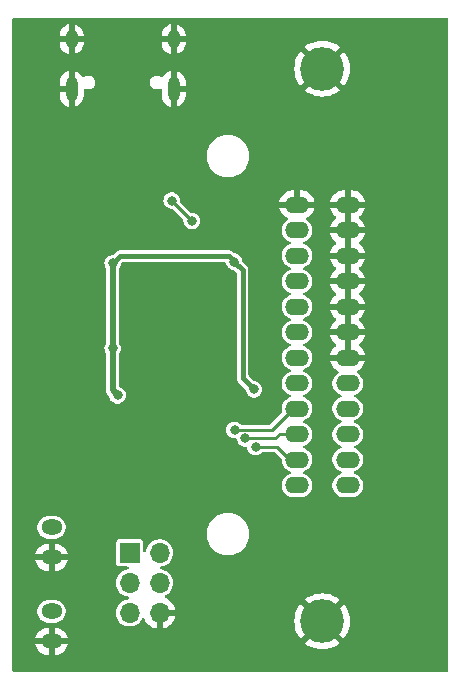
<source format=gbl>
%TF.GenerationSoftware,KiCad,Pcbnew,8.0.5*%
%TF.CreationDate,2024-11-08T10:10:06+13:00*%
%TF.ProjectId,usb_gpib_v3,7573625f-6770-4696-925f-76332e6b6963,C*%
%TF.SameCoordinates,Original*%
%TF.FileFunction,Copper,L2,Bot*%
%TF.FilePolarity,Positive*%
%FSLAX46Y46*%
G04 Gerber Fmt 4.6, Leading zero omitted, Abs format (unit mm)*
G04 Created by KiCad (PCBNEW 8.0.5) date 2024-11-08 10:10:06*
%MOMM*%
%LPD*%
G01*
G04 APERTURE LIST*
%TA.AperFunction,ComponentPad*%
%ADD10O,1.800000X1.300000*%
%TD*%
%TA.AperFunction,ComponentPad*%
%ADD11O,1.000000X2.100000*%
%TD*%
%TA.AperFunction,ComponentPad*%
%ADD12O,1.000000X1.600000*%
%TD*%
%TA.AperFunction,ComponentPad*%
%ADD13O,2.000000X1.400000*%
%TD*%
%TA.AperFunction,ComponentPad*%
%ADD14C,3.700000*%
%TD*%
%TA.AperFunction,ComponentPad*%
%ADD15R,1.700000X1.700000*%
%TD*%
%TA.AperFunction,ComponentPad*%
%ADD16O,1.700000X1.700000*%
%TD*%
%TA.AperFunction,ViaPad*%
%ADD17C,0.800000*%
%TD*%
%TA.AperFunction,Conductor*%
%ADD18C,0.500000*%
%TD*%
%TA.AperFunction,Conductor*%
%ADD19C,0.400000*%
%TD*%
%TA.AperFunction,Conductor*%
%ADD20C,0.250000*%
%TD*%
G04 APERTURE END LIST*
D10*
%TO.P,LED2,1,K*%
%TO.N,GND*%
X100076000Y-117084000D03*
%TO.P,LED2,2,A*%
%TO.N,/LED_GR*%
X100076000Y-114554000D03*
%TD*%
D11*
%TO.P,J2,S1,SHIELD*%
%TO.N,GND*%
X110420000Y-70305000D03*
D12*
X110420000Y-66125000D03*
D11*
X101780000Y-70305000D03*
D12*
X101780000Y-66125000D03*
%TD*%
D10*
%TO.P,LED3,1,K*%
%TO.N,GND*%
X100076000Y-109972000D03*
%TO.P,LED3,2,A*%
%TO.N,/LED_RD*%
X100076000Y-107442000D03*
%TD*%
D13*
%TO.P,J1,1,Pin_1*%
%TO.N,DIO1*%
X120855000Y-103880000D03*
%TO.P,J1,2,Pin_2*%
%TO.N,DIO2*%
X120855000Y-101720000D03*
%TO.P,J1,3,Pin_3*%
%TO.N,DIO3*%
X120855000Y-99560000D03*
%TO.P,J1,4,Pin_4*%
%TO.N,DIO4*%
X120855000Y-97400000D03*
%TO.P,J1,5,Pin_5*%
%TO.N,EOI*%
X120855000Y-95240000D03*
%TO.P,J1,6,Pin_6*%
%TO.N,DAV*%
X120855000Y-93080000D03*
%TO.P,J1,7,Pin_7*%
%TO.N,NRFD*%
X120855000Y-90920000D03*
%TO.P,J1,8,Pin_8*%
%TO.N,NDAC*%
X120855000Y-88760000D03*
%TO.P,J1,9,Pin_9*%
%TO.N,IFC*%
X120855000Y-86600000D03*
%TO.P,J1,10,Pin_10*%
%TO.N,SRQ*%
X120855000Y-84440000D03*
%TO.P,J1,11,Pin_11*%
%TO.N,ATN*%
X120855000Y-82280000D03*
%TO.P,J1,12,Pin_12*%
%TO.N,GND*%
X120855000Y-80120000D03*
%TO.P,J1,13,Pin_13*%
%TO.N,DIO5*%
X125145000Y-103880000D03*
%TO.P,J1,14,Pin_14*%
%TO.N,DIO6*%
X125145000Y-101720000D03*
%TO.P,J1,15,Pin_15*%
%TO.N,DIO7*%
X125145000Y-99560000D03*
%TO.P,J1,16,Pin_16*%
%TO.N,DIO8*%
X125145000Y-97400000D03*
%TO.P,J1,17,Pin_17*%
%TO.N,REN*%
X125145000Y-95240000D03*
%TO.P,J1,18,Pin_18*%
%TO.N,GND*%
X125145000Y-93080000D03*
%TO.P,J1,19,Pin_19*%
X125145000Y-90920000D03*
%TO.P,J1,20,Pin_20*%
X125145000Y-88760000D03*
%TO.P,J1,21,Pin_21*%
X125145000Y-86600000D03*
%TO.P,J1,22,Pin_22*%
X125145000Y-84440000D03*
%TO.P,J1,23,Pin_23*%
X125145000Y-82280000D03*
%TO.P,J1,24,Pin_24*%
X125145000Y-80120000D03*
D14*
%TO.P,J1,SH,Shield*%
X123000000Y-115400000D03*
X123000000Y-68600000D03*
%TD*%
D15*
%TO.P,J3,1,MISO*%
%TO.N,CIPO*%
X106680000Y-109601000D03*
D16*
%TO.P,J3,2,VCC*%
%TO.N,VBUS*%
X109220000Y-109601000D03*
%TO.P,J3,3,SCK*%
%TO.N,SCLK*%
X106680000Y-112141000D03*
%TO.P,J3,4,MOSI*%
%TO.N,COPI*%
X109220000Y-112141000D03*
%TO.P,J3,5,~{RST}*%
%TO.N,~{RESET}*%
X106680000Y-114681000D03*
%TO.P,J3,6,GND*%
%TO.N,GND*%
X109220000Y-114681000D03*
%TD*%
D17*
%TO.N,GND*%
X101900000Y-75312500D03*
X106680000Y-74930000D03*
X122936000Y-88900000D03*
X129500000Y-95300000D03*
X131275000Y-67600000D03*
X130775000Y-117550000D03*
X100076000Y-70358000D03*
X104800000Y-67700000D03*
X99314000Y-95504000D03*
X106426000Y-100330000D03*
X107275000Y-67700000D03*
X109474000Y-82420000D03*
X114730000Y-86410000D03*
X129525000Y-116450000D03*
X106050000Y-67700000D03*
X103124000Y-83312000D03*
X113919000Y-97536000D03*
X106050000Y-68900000D03*
X122936000Y-84582000D03*
X106426000Y-88138000D03*
X122936000Y-90932000D03*
X106426000Y-90297000D03*
X130025000Y-66500000D03*
X112014000Y-96266000D03*
X100076000Y-72136000D03*
X110998000Y-72390000D03*
X104800000Y-68900000D03*
X129500000Y-86625000D03*
X98171000Y-109982000D03*
X119253000Y-85471000D03*
X126492000Y-76200000D03*
X113060000Y-102900000D03*
X107188000Y-96266000D03*
X101900000Y-76562500D03*
X114700000Y-102925000D03*
X123000000Y-104000000D03*
X122936000Y-93218000D03*
X119140000Y-110880000D03*
X122936000Y-86614000D03*
X104140000Y-96266000D03*
X122936000Y-80264000D03*
X116332000Y-102925000D03*
X106426000Y-91440000D03*
X104140000Y-90170000D03*
X106426000Y-89154000D03*
X117602000Y-86360000D03*
X98425000Y-117856000D03*
X98425000Y-115316000D03*
X99568000Y-82550000D03*
X111506000Y-106426000D03*
X122990000Y-104950000D03*
X131275000Y-66500000D03*
X117680000Y-110920000D03*
X113030000Y-101854000D03*
X111506000Y-88392000D03*
X117602000Y-97536000D03*
X129525000Y-117550000D03*
X129500000Y-90975000D03*
X102108000Y-86106000D03*
X130775000Y-116450000D03*
X109474000Y-80900000D03*
X98806000Y-93980000D03*
X119126000Y-76454000D03*
X130025000Y-67600000D03*
X122936000Y-82296000D03*
X107300000Y-68900000D03*
X129425000Y-82296000D03*
X104140000Y-91440000D03*
X129500000Y-99625000D03*
X104394000Y-104140000D03*
%TO.N,VBUS*%
X105250000Y-92296000D03*
X105664000Y-96266000D03*
X117210076Y-95759862D03*
X115537500Y-84937500D03*
X105250000Y-85090000D03*
%TO.N,DIO2*%
X117348000Y-100635647D03*
%TO.N,DIO3*%
X116459355Y-99911147D03*
%TO.N,DIO4*%
X115570000Y-99186647D03*
%TO.N,LED_G*%
X110250000Y-79775000D03*
X111949500Y-81500000D03*
%TD*%
D18*
%TO.N,VBUS*%
X105250000Y-92296000D02*
X105250000Y-95852000D01*
D19*
X116250000Y-85650000D02*
X115537500Y-84937500D01*
X117210076Y-95759862D02*
X116250000Y-94799786D01*
D18*
X105250000Y-95852000D02*
X105664000Y-96266000D01*
D19*
X105250000Y-85090000D02*
X105840000Y-84500000D01*
X116250000Y-94799786D02*
X116250000Y-85650000D01*
X105840000Y-84500000D02*
X115100000Y-84500000D01*
D18*
X105250000Y-85090000D02*
X105250000Y-92296000D01*
D19*
X115100000Y-84500000D02*
X115537500Y-84937500D01*
D20*
%TO.N,DIO2*%
X120262000Y-101720000D02*
X120855000Y-101720000D01*
X117348000Y-100635647D02*
X119177647Y-100635647D01*
X119177647Y-100635647D02*
X120262000Y-101720000D01*
%TO.N,DIO3*%
X116459355Y-99911147D02*
X119036853Y-99911147D01*
X119036853Y-99911147D02*
X119388000Y-99560000D01*
X119388000Y-99560000D02*
X120855000Y-99560000D01*
%TO.N,DIO4*%
X118745353Y-99186647D02*
X120532000Y-97400000D01*
X120532000Y-97400000D02*
X120855000Y-97400000D01*
X115570000Y-99186647D02*
X118745353Y-99186647D01*
%TO.N,LED_G*%
X111949500Y-81500000D02*
X110250000Y-79800500D01*
X110250000Y-79800500D02*
X110250000Y-79775000D01*
%TD*%
%TA.AperFunction,Conductor*%
%TO.N,GND*%
G36*
X125399000Y-92649297D02*
G01*
X125337993Y-92614075D01*
X125210826Y-92580000D01*
X125079174Y-92580000D01*
X124952007Y-92614075D01*
X124891000Y-92649297D01*
X124891000Y-91350702D01*
X124952007Y-91385925D01*
X125079174Y-91420000D01*
X125210826Y-91420000D01*
X125337993Y-91385925D01*
X125399000Y-91350702D01*
X125399000Y-92649297D01*
G37*
%TD.AperFunction*%
%TA.AperFunction,Conductor*%
G36*
X125399000Y-90489297D02*
G01*
X125337993Y-90454075D01*
X125210826Y-90420000D01*
X125079174Y-90420000D01*
X124952007Y-90454075D01*
X124891000Y-90489297D01*
X124891000Y-89190702D01*
X124952007Y-89225925D01*
X125079174Y-89260000D01*
X125210826Y-89260000D01*
X125337993Y-89225925D01*
X125399000Y-89190702D01*
X125399000Y-90489297D01*
G37*
%TD.AperFunction*%
%TA.AperFunction,Conductor*%
G36*
X125399000Y-88329297D02*
G01*
X125337993Y-88294075D01*
X125210826Y-88260000D01*
X125079174Y-88260000D01*
X124952007Y-88294075D01*
X124891000Y-88329297D01*
X124891000Y-87030702D01*
X124952007Y-87065925D01*
X125079174Y-87100000D01*
X125210826Y-87100000D01*
X125337993Y-87065925D01*
X125399000Y-87030702D01*
X125399000Y-88329297D01*
G37*
%TD.AperFunction*%
%TA.AperFunction,Conductor*%
G36*
X125399000Y-86169297D02*
G01*
X125337993Y-86134075D01*
X125210826Y-86100000D01*
X125079174Y-86100000D01*
X124952007Y-86134075D01*
X124891000Y-86169297D01*
X124891000Y-84870702D01*
X124952007Y-84905925D01*
X125079174Y-84940000D01*
X125210826Y-84940000D01*
X125337993Y-84905925D01*
X125399000Y-84870702D01*
X125399000Y-86169297D01*
G37*
%TD.AperFunction*%
%TA.AperFunction,Conductor*%
G36*
X125399000Y-84009297D02*
G01*
X125337993Y-83974075D01*
X125210826Y-83940000D01*
X125079174Y-83940000D01*
X124952007Y-83974075D01*
X124891000Y-84009297D01*
X124891000Y-82710702D01*
X124952007Y-82745925D01*
X125079174Y-82780000D01*
X125210826Y-82780000D01*
X125337993Y-82745925D01*
X125399000Y-82710702D01*
X125399000Y-84009297D01*
G37*
%TD.AperFunction*%
%TA.AperFunction,Conductor*%
G36*
X125399000Y-81849297D02*
G01*
X125337993Y-81814075D01*
X125210826Y-81780000D01*
X125079174Y-81780000D01*
X124952007Y-81814075D01*
X124891000Y-81849297D01*
X124891000Y-80550702D01*
X124952007Y-80585925D01*
X125079174Y-80620000D01*
X125210826Y-80620000D01*
X125337993Y-80585925D01*
X125399000Y-80550702D01*
X125399000Y-81849297D01*
G37*
%TD.AperFunction*%
%TA.AperFunction,Conductor*%
G36*
X133606621Y-64324002D02*
G01*
X133653114Y-64377658D01*
X133664500Y-64430000D01*
X133664500Y-119570000D01*
X133644498Y-119638121D01*
X133590842Y-119684614D01*
X133538500Y-119696000D01*
X96894000Y-119696000D01*
X96825879Y-119675998D01*
X96779386Y-119622342D01*
X96768000Y-119570000D01*
X96768000Y-116830000D01*
X98693794Y-116830000D01*
X99645297Y-116830000D01*
X99610075Y-116891007D01*
X99576000Y-117018174D01*
X99576000Y-117149826D01*
X99610075Y-117276993D01*
X99645297Y-117338000D01*
X98693795Y-117338000D01*
X98696513Y-117355165D01*
X98752837Y-117528513D01*
X98752840Y-117528519D01*
X98835591Y-117690927D01*
X98942729Y-117838389D01*
X98942731Y-117838392D01*
X99071607Y-117967268D01*
X99071610Y-117967270D01*
X99219072Y-118074408D01*
X99381480Y-118157159D01*
X99381486Y-118157162D01*
X99554830Y-118213484D01*
X99554826Y-118213484D01*
X99734866Y-118242000D01*
X99822000Y-118242000D01*
X99822000Y-117514702D01*
X99883007Y-117549925D01*
X100010174Y-117584000D01*
X100141826Y-117584000D01*
X100268993Y-117549925D01*
X100330000Y-117514702D01*
X100330000Y-118242000D01*
X100417134Y-118242000D01*
X100597171Y-118213484D01*
X100770513Y-118157162D01*
X100770519Y-118157159D01*
X100932927Y-118074408D01*
X101080389Y-117967270D01*
X101080392Y-117967268D01*
X101209268Y-117838392D01*
X101209270Y-117838389D01*
X101316408Y-117690927D01*
X101399159Y-117528519D01*
X101399162Y-117528513D01*
X101455486Y-117355165D01*
X101458205Y-117338000D01*
X100506703Y-117338000D01*
X100541925Y-117276993D01*
X100576000Y-117149826D01*
X100576000Y-117018174D01*
X100541925Y-116891007D01*
X100506703Y-116830000D01*
X101458205Y-116830000D01*
X101455486Y-116812834D01*
X101399162Y-116639486D01*
X101399159Y-116639480D01*
X101316408Y-116477072D01*
X101209270Y-116329610D01*
X101209268Y-116329607D01*
X101080392Y-116200731D01*
X101080389Y-116200729D01*
X100932927Y-116093591D01*
X100770519Y-116010840D01*
X100770513Y-116010837D01*
X100597169Y-115954515D01*
X100597173Y-115954515D01*
X100417134Y-115926000D01*
X100330000Y-115926000D01*
X100330000Y-116653297D01*
X100268993Y-116618075D01*
X100141826Y-116584000D01*
X100010174Y-116584000D01*
X99883007Y-116618075D01*
X99822000Y-116653297D01*
X99822000Y-115926000D01*
X99734866Y-115926000D01*
X99554828Y-115954515D01*
X99381486Y-116010837D01*
X99381480Y-116010840D01*
X99219072Y-116093591D01*
X99071610Y-116200729D01*
X99071607Y-116200731D01*
X98942731Y-116329607D01*
X98942729Y-116329610D01*
X98835591Y-116477072D01*
X98752840Y-116639480D01*
X98752837Y-116639486D01*
X98696513Y-116812834D01*
X98693794Y-116830000D01*
X96768000Y-116830000D01*
X96768000Y-114460381D01*
X98875500Y-114460381D01*
X98875500Y-114460384D01*
X98875500Y-114647616D01*
X98912027Y-114831251D01*
X98983678Y-115004231D01*
X99087698Y-115159908D01*
X99220092Y-115292302D01*
X99375769Y-115396322D01*
X99548749Y-115467973D01*
X99732384Y-115504500D01*
X99732385Y-115504500D01*
X100419615Y-115504500D01*
X100419616Y-115504500D01*
X100603251Y-115467973D01*
X100776231Y-115396322D01*
X100931908Y-115292302D01*
X101064302Y-115159908D01*
X101168322Y-115004231D01*
X101239973Y-114831251D01*
X101276500Y-114647616D01*
X101276500Y-114460384D01*
X101239973Y-114276749D01*
X101168322Y-114103769D01*
X101064302Y-113948092D01*
X100931908Y-113815698D01*
X100776231Y-113711678D01*
X100603251Y-113640027D01*
X100419618Y-113603500D01*
X100419616Y-113603500D01*
X99732384Y-113603500D01*
X99732381Y-113603500D01*
X99548748Y-113640027D01*
X99548743Y-113640029D01*
X99375769Y-113711678D01*
X99220096Y-113815695D01*
X99220089Y-113815700D01*
X99087700Y-113948089D01*
X99087695Y-113948096D01*
X98983678Y-114103769D01*
X98912029Y-114276743D01*
X98912027Y-114276748D01*
X98875500Y-114460381D01*
X96768000Y-114460381D01*
X96768000Y-112141000D01*
X105524571Y-112141000D01*
X105544244Y-112353311D01*
X105602593Y-112558384D01*
X105602594Y-112558386D01*
X105602595Y-112558389D01*
X105697634Y-112749255D01*
X105826128Y-112919407D01*
X105826129Y-112919408D01*
X105983699Y-113063053D01*
X105983701Y-113063054D01*
X106164974Y-113175294D01*
X106164975Y-113175294D01*
X106164981Y-113175298D01*
X106363802Y-113252321D01*
X106550097Y-113287145D01*
X106613381Y-113319324D01*
X106649223Y-113380609D01*
X106646242Y-113451543D01*
X106605384Y-113509605D01*
X106550098Y-113534854D01*
X106437350Y-113555930D01*
X106363800Y-113569679D01*
X106209754Y-113629356D01*
X106164981Y-113646702D01*
X106164980Y-113646702D01*
X106164979Y-113646703D01*
X106164974Y-113646705D01*
X105983701Y-113758945D01*
X105983699Y-113758946D01*
X105826129Y-113902591D01*
X105780088Y-113963559D01*
X105697634Y-114072745D01*
X105682186Y-114103769D01*
X105602593Y-114263615D01*
X105544244Y-114468688D01*
X105524571Y-114681000D01*
X105544244Y-114893311D01*
X105602593Y-115098384D01*
X105602594Y-115098386D01*
X105602595Y-115098389D01*
X105697634Y-115289255D01*
X105781265Y-115399999D01*
X105826129Y-115459408D01*
X105983699Y-115603053D01*
X105983701Y-115603054D01*
X106164974Y-115715294D01*
X106164975Y-115715294D01*
X106164981Y-115715298D01*
X106363802Y-115792321D01*
X106573390Y-115831500D01*
X106573393Y-115831500D01*
X106786607Y-115831500D01*
X106786610Y-115831500D01*
X106996198Y-115792321D01*
X107195019Y-115715298D01*
X107376302Y-115603052D01*
X107533872Y-115459407D01*
X107662366Y-115289255D01*
X107723930Y-115165615D01*
X107772196Y-115113554D01*
X107840950Y-115095851D01*
X107908361Y-115118130D01*
X107952106Y-115171166D01*
X108021580Y-115329548D01*
X108144674Y-115517958D01*
X108297097Y-115683534D01*
X108474698Y-115821767D01*
X108474699Y-115821768D01*
X108672628Y-115928882D01*
X108672630Y-115928883D01*
X108885483Y-116001955D01*
X108885492Y-116001957D01*
X108966000Y-116015391D01*
X108966000Y-115111702D01*
X109027007Y-115146925D01*
X109154174Y-115181000D01*
X109285826Y-115181000D01*
X109412993Y-115146925D01*
X109474000Y-115111702D01*
X109474000Y-116015390D01*
X109554507Y-116001957D01*
X109554516Y-116001955D01*
X109767369Y-115928883D01*
X109767371Y-115928882D01*
X109965300Y-115821768D01*
X109965301Y-115821767D01*
X110142902Y-115683534D01*
X110295325Y-115517958D01*
X110372393Y-115399996D01*
X120636941Y-115399996D01*
X120636941Y-115400003D01*
X120657156Y-115708436D01*
X120657158Y-115708451D01*
X120717460Y-116011603D01*
X120717462Y-116011613D01*
X120816815Y-116304296D01*
X120816821Y-116304310D01*
X120953528Y-116581527D01*
X121125259Y-116838539D01*
X121125262Y-116838543D01*
X121161230Y-116879556D01*
X121161232Y-116879556D01*
X121739163Y-116301624D01*
X121817726Y-116409757D01*
X121990243Y-116582274D01*
X122098373Y-116660835D01*
X121520442Y-117238766D01*
X121520442Y-117238768D01*
X121561456Y-117274737D01*
X121561460Y-117274740D01*
X121818472Y-117446471D01*
X122095689Y-117583178D01*
X122095703Y-117583184D01*
X122388386Y-117682537D01*
X122388396Y-117682539D01*
X122691548Y-117742841D01*
X122691563Y-117742843D01*
X122999997Y-117763059D01*
X123000003Y-117763059D01*
X123308436Y-117742843D01*
X123308451Y-117742841D01*
X123611603Y-117682539D01*
X123611613Y-117682537D01*
X123904296Y-117583184D01*
X123904310Y-117583178D01*
X124181527Y-117446471D01*
X124438546Y-117274735D01*
X124479556Y-117238769D01*
X124479556Y-117238766D01*
X123901626Y-116660835D01*
X124009757Y-116582274D01*
X124182274Y-116409757D01*
X124260835Y-116301625D01*
X124838766Y-116879556D01*
X124838769Y-116879556D01*
X124874735Y-116838546D01*
X125046471Y-116581527D01*
X125183178Y-116304310D01*
X125183184Y-116304296D01*
X125282537Y-116011613D01*
X125282539Y-116011603D01*
X125342841Y-115708451D01*
X125342843Y-115708436D01*
X125363059Y-115400003D01*
X125363059Y-115399996D01*
X125342843Y-115091563D01*
X125342841Y-115091548D01*
X125282539Y-114788396D01*
X125282537Y-114788386D01*
X125183184Y-114495703D01*
X125183178Y-114495689D01*
X125046470Y-114218473D01*
X124874744Y-113961465D01*
X124874735Y-113961454D01*
X124838768Y-113920442D01*
X124838766Y-113920442D01*
X124260835Y-114498373D01*
X124182274Y-114390243D01*
X124009757Y-114217726D01*
X123901625Y-114139163D01*
X124479556Y-113561232D01*
X124479556Y-113561230D01*
X124438543Y-113525262D01*
X124438539Y-113525259D01*
X124181527Y-113353528D01*
X123904310Y-113216821D01*
X123904296Y-113216815D01*
X123611613Y-113117462D01*
X123611603Y-113117460D01*
X123308451Y-113057158D01*
X123308436Y-113057156D01*
X123000003Y-113036941D01*
X122999997Y-113036941D01*
X122691563Y-113057156D01*
X122691548Y-113057158D01*
X122388396Y-113117460D01*
X122388386Y-113117462D01*
X122095703Y-113216815D01*
X122095689Y-113216821D01*
X121818473Y-113353529D01*
X121561461Y-113525258D01*
X121561457Y-113525261D01*
X121520442Y-113561230D01*
X121520442Y-113561232D01*
X122098374Y-114139164D01*
X121990243Y-114217726D01*
X121817726Y-114390243D01*
X121739164Y-114498374D01*
X121161232Y-113920442D01*
X121161230Y-113920442D01*
X121125261Y-113961457D01*
X121125258Y-113961461D01*
X120953529Y-114218473D01*
X120816821Y-114495689D01*
X120816815Y-114495703D01*
X120717462Y-114788386D01*
X120717460Y-114788396D01*
X120657158Y-115091548D01*
X120657156Y-115091563D01*
X120636941Y-115399996D01*
X110372393Y-115399996D01*
X110418419Y-115329548D01*
X110508820Y-115123456D01*
X110508823Y-115123449D01*
X110556544Y-114935000D01*
X109650703Y-114935000D01*
X109685925Y-114873993D01*
X109720000Y-114746826D01*
X109720000Y-114615174D01*
X109685925Y-114488007D01*
X109650703Y-114427000D01*
X110556544Y-114427000D01*
X110556544Y-114426999D01*
X110508823Y-114238550D01*
X110508820Y-114238543D01*
X110418419Y-114032451D01*
X110295325Y-113844041D01*
X110142902Y-113678465D01*
X109965301Y-113540232D01*
X109965300Y-113540231D01*
X109767371Y-113433117D01*
X109767365Y-113433115D01*
X109723705Y-113418126D01*
X109665771Y-113377089D01*
X109639220Y-113311244D01*
X109652482Y-113241497D01*
X109701347Y-113189992D01*
X109719092Y-113181467D01*
X109735019Y-113175298D01*
X109916302Y-113063052D01*
X110073872Y-112919407D01*
X110202366Y-112749255D01*
X110297405Y-112558389D01*
X110355756Y-112353310D01*
X110375429Y-112141000D01*
X110355756Y-111928690D01*
X110297405Y-111723611D01*
X110202366Y-111532745D01*
X110073872Y-111362593D01*
X109916302Y-111218948D01*
X109916300Y-111218946D01*
X109916298Y-111218945D01*
X109735025Y-111106705D01*
X109735021Y-111106703D01*
X109735019Y-111106702D01*
X109536198Y-111029679D01*
X109349902Y-110994854D01*
X109286618Y-110962676D01*
X109250776Y-110901391D01*
X109253757Y-110830457D01*
X109294615Y-110772395D01*
X109349901Y-110747145D01*
X109536198Y-110712321D01*
X109735019Y-110635298D01*
X109916302Y-110523052D01*
X110073872Y-110379407D01*
X110202366Y-110209255D01*
X110297405Y-110018389D01*
X110355756Y-109813310D01*
X110375429Y-109601000D01*
X110355756Y-109388690D01*
X110297405Y-109183611D01*
X110202366Y-108992745D01*
X110073872Y-108822593D01*
X110047840Y-108798861D01*
X109916300Y-108678946D01*
X109916298Y-108678945D01*
X109735025Y-108566705D01*
X109735021Y-108566703D01*
X109735019Y-108566702D01*
X109613222Y-108519517D01*
X109536199Y-108489679D01*
X109483801Y-108479884D01*
X109326610Y-108450500D01*
X109113390Y-108450500D01*
X108987637Y-108474007D01*
X108903800Y-108489679D01*
X108749754Y-108549356D01*
X108704981Y-108566702D01*
X108704980Y-108566702D01*
X108704979Y-108566703D01*
X108704974Y-108566705D01*
X108523701Y-108678945D01*
X108523699Y-108678946D01*
X108366129Y-108822591D01*
X108351083Y-108842515D01*
X108237634Y-108992745D01*
X108189840Y-109088729D01*
X108142593Y-109183615D01*
X108084243Y-109388693D01*
X108081961Y-109413320D01*
X108055759Y-109479305D01*
X107998041Y-109520648D01*
X107927135Y-109524224D01*
X107865551Y-109488897D01*
X107832843Y-109425884D01*
X107830499Y-109401693D01*
X107830499Y-108706140D01*
X107830499Y-108706136D01*
X107827585Y-108681009D01*
X107811872Y-108645422D01*
X107782206Y-108578234D01*
X107702767Y-108498795D01*
X107702765Y-108498794D01*
X107599989Y-108453414D01*
X107599990Y-108453414D01*
X107574868Y-108450500D01*
X105785140Y-108450500D01*
X105785133Y-108450501D01*
X105760009Y-108453414D01*
X105760005Y-108453416D01*
X105657234Y-108498793D01*
X105577795Y-108578232D01*
X105577794Y-108578234D01*
X105532414Y-108681009D01*
X105529500Y-108706129D01*
X105529500Y-110495859D01*
X105529501Y-110495866D01*
X105532414Y-110520990D01*
X105532416Y-110520994D01*
X105577793Y-110623765D01*
X105657232Y-110703204D01*
X105657234Y-110703205D01*
X105657235Y-110703206D01*
X105760009Y-110748585D01*
X105785135Y-110751500D01*
X106492175Y-110751499D01*
X106560294Y-110771501D01*
X106606787Y-110825157D01*
X106616891Y-110895430D01*
X106587398Y-110960011D01*
X106527671Y-110998395D01*
X106515326Y-111001353D01*
X106363805Y-111029677D01*
X106207101Y-111090384D01*
X106164981Y-111106702D01*
X106164980Y-111106702D01*
X106164979Y-111106703D01*
X106164974Y-111106705D01*
X105983701Y-111218945D01*
X105983699Y-111218946D01*
X105826129Y-111362591D01*
X105739293Y-111477580D01*
X105697634Y-111532745D01*
X105604130Y-111720526D01*
X105602593Y-111723615D01*
X105544244Y-111928688D01*
X105524571Y-112141000D01*
X96768000Y-112141000D01*
X96768000Y-109718000D01*
X98693794Y-109718000D01*
X99645297Y-109718000D01*
X99610075Y-109779007D01*
X99576000Y-109906174D01*
X99576000Y-110037826D01*
X99610075Y-110164993D01*
X99645297Y-110226000D01*
X98693795Y-110226000D01*
X98696513Y-110243165D01*
X98752837Y-110416513D01*
X98752840Y-110416519D01*
X98835591Y-110578927D01*
X98942729Y-110726389D01*
X98942731Y-110726392D01*
X99071607Y-110855268D01*
X99071610Y-110855270D01*
X99219072Y-110962408D01*
X99381480Y-111045159D01*
X99381486Y-111045162D01*
X99554830Y-111101484D01*
X99554826Y-111101484D01*
X99734866Y-111130000D01*
X99822000Y-111130000D01*
X99822000Y-110402702D01*
X99883007Y-110437925D01*
X100010174Y-110472000D01*
X100141826Y-110472000D01*
X100268993Y-110437925D01*
X100330000Y-110402702D01*
X100330000Y-111130000D01*
X100417134Y-111130000D01*
X100597171Y-111101484D01*
X100770513Y-111045162D01*
X100770519Y-111045159D01*
X100932927Y-110962408D01*
X101080389Y-110855270D01*
X101080392Y-110855268D01*
X101209268Y-110726392D01*
X101209270Y-110726389D01*
X101316408Y-110578927D01*
X101399159Y-110416519D01*
X101399162Y-110416513D01*
X101455486Y-110243165D01*
X101458205Y-110226000D01*
X100506703Y-110226000D01*
X100541925Y-110164993D01*
X100576000Y-110037826D01*
X100576000Y-109906174D01*
X100541925Y-109779007D01*
X100506703Y-109718000D01*
X101458205Y-109718000D01*
X101455486Y-109700834D01*
X101399162Y-109527486D01*
X101399159Y-109527480D01*
X101316408Y-109365072D01*
X101209270Y-109217610D01*
X101209268Y-109217607D01*
X101080392Y-109088731D01*
X101080389Y-109088729D01*
X100932927Y-108981591D01*
X100770519Y-108898840D01*
X100770513Y-108898837D01*
X100597169Y-108842515D01*
X100597173Y-108842515D01*
X100417134Y-108814000D01*
X100330000Y-108814000D01*
X100330000Y-109541297D01*
X100268993Y-109506075D01*
X100141826Y-109472000D01*
X100010174Y-109472000D01*
X99883007Y-109506075D01*
X99822000Y-109541297D01*
X99822000Y-108814000D01*
X99734866Y-108814000D01*
X99554828Y-108842515D01*
X99381486Y-108898837D01*
X99381480Y-108898840D01*
X99219072Y-108981591D01*
X99071610Y-109088729D01*
X99071607Y-109088731D01*
X98942731Y-109217607D01*
X98942729Y-109217610D01*
X98835591Y-109365072D01*
X98752840Y-109527480D01*
X98752837Y-109527486D01*
X98696513Y-109700834D01*
X98693794Y-109718000D01*
X96768000Y-109718000D01*
X96768000Y-107348381D01*
X98875500Y-107348381D01*
X98875500Y-107348384D01*
X98875500Y-107535616D01*
X98912027Y-107719251D01*
X98983678Y-107892231D01*
X99087698Y-108047908D01*
X99220092Y-108180302D01*
X99375769Y-108284322D01*
X99548749Y-108355973D01*
X99732384Y-108392500D01*
X99732385Y-108392500D01*
X100419615Y-108392500D01*
X100419616Y-108392500D01*
X100603251Y-108355973D01*
X100776231Y-108284322D01*
X100931908Y-108180302D01*
X101064302Y-108047908D01*
X101168322Y-107892231D01*
X101172234Y-107882786D01*
X113199500Y-107882786D01*
X113199500Y-108118813D01*
X113230305Y-108352807D01*
X113230307Y-108352814D01*
X113291394Y-108580793D01*
X113381716Y-108798849D01*
X113381717Y-108798850D01*
X113381722Y-108798861D01*
X113499724Y-109003246D01*
X113499726Y-109003249D01*
X113499727Y-109003250D01*
X113643408Y-109190499D01*
X113643412Y-109190503D01*
X113643417Y-109190509D01*
X113810290Y-109357382D01*
X113810295Y-109357386D01*
X113810301Y-109357392D01*
X113981682Y-109488897D01*
X113997553Y-109501075D01*
X114201938Y-109619077D01*
X114201942Y-109619078D01*
X114201951Y-109619084D01*
X114420007Y-109709406D01*
X114647986Y-109770493D01*
X114647990Y-109770493D01*
X114647992Y-109770494D01*
X114708300Y-109778433D01*
X114881989Y-109801300D01*
X114881996Y-109801300D01*
X115118004Y-109801300D01*
X115118011Y-109801300D01*
X115329491Y-109773458D01*
X115352007Y-109770494D01*
X115352007Y-109770493D01*
X115352014Y-109770493D01*
X115579993Y-109709406D01*
X115798049Y-109619084D01*
X116002450Y-109501073D01*
X116189699Y-109357392D01*
X116356592Y-109190499D01*
X116500273Y-109003250D01*
X116618284Y-108798849D01*
X116708606Y-108580793D01*
X116769693Y-108352814D01*
X116800500Y-108118811D01*
X116800500Y-107882789D01*
X116769693Y-107648786D01*
X116708606Y-107420807D01*
X116618284Y-107202751D01*
X116618278Y-107202742D01*
X116618277Y-107202738D01*
X116500275Y-106998353D01*
X116495223Y-106991769D01*
X116356592Y-106811101D01*
X116356586Y-106811095D01*
X116356582Y-106811090D01*
X116189709Y-106644217D01*
X116189703Y-106644212D01*
X116189699Y-106644208D01*
X116002450Y-106500527D01*
X116002449Y-106500526D01*
X116002446Y-106500524D01*
X115798061Y-106382522D01*
X115798053Y-106382518D01*
X115798049Y-106382516D01*
X115579993Y-106292194D01*
X115352014Y-106231107D01*
X115352007Y-106231105D01*
X115118013Y-106200300D01*
X115118011Y-106200300D01*
X114881989Y-106200300D01*
X114881986Y-106200300D01*
X114647992Y-106231105D01*
X114420011Y-106292193D01*
X114420007Y-106292194D01*
X114201949Y-106382517D01*
X114201938Y-106382522D01*
X113997553Y-106500524D01*
X113810301Y-106644208D01*
X113810290Y-106644217D01*
X113643417Y-106811090D01*
X113643408Y-106811101D01*
X113499724Y-106998353D01*
X113381722Y-107202738D01*
X113381717Y-107202749D01*
X113291394Y-107420807D01*
X113291393Y-107420811D01*
X113230305Y-107648792D01*
X113199500Y-107882786D01*
X101172234Y-107882786D01*
X101239973Y-107719251D01*
X101276500Y-107535616D01*
X101276500Y-107348384D01*
X101239973Y-107164749D01*
X101168322Y-106991769D01*
X101064302Y-106836092D01*
X100931908Y-106703698D01*
X100776231Y-106599678D01*
X100603251Y-106528027D01*
X100419618Y-106491500D01*
X100419616Y-106491500D01*
X99732384Y-106491500D01*
X99732381Y-106491500D01*
X99548748Y-106528027D01*
X99548743Y-106528029D01*
X99375769Y-106599678D01*
X99220096Y-106703695D01*
X99220089Y-106703700D01*
X99087700Y-106836089D01*
X99087695Y-106836096D01*
X98983678Y-106991769D01*
X98912029Y-107164743D01*
X98912027Y-107164748D01*
X98875500Y-107348381D01*
X96768000Y-107348381D01*
X96768000Y-99186644D01*
X114864355Y-99186644D01*
X114864355Y-99186649D01*
X114884859Y-99355518D01*
X114945179Y-99514572D01*
X114945181Y-99514576D01*
X115041816Y-99654575D01*
X115041818Y-99654577D01*
X115046292Y-99658541D01*
X115169148Y-99767381D01*
X115319775Y-99846437D01*
X115319776Y-99846437D01*
X115319778Y-99846438D01*
X115476461Y-99885056D01*
X115484944Y-99887147D01*
X115484947Y-99887147D01*
X115639169Y-99887147D01*
X115707290Y-99907149D01*
X115753783Y-99960805D01*
X115764250Y-99997959D01*
X115774214Y-100080018D01*
X115834534Y-100239072D01*
X115834536Y-100239076D01*
X115902225Y-100337139D01*
X115931172Y-100379076D01*
X116058503Y-100491881D01*
X116209130Y-100570937D01*
X116209131Y-100570937D01*
X116209133Y-100570938D01*
X116365816Y-100609556D01*
X116374299Y-100611647D01*
X116374302Y-100611647D01*
X116527814Y-100611647D01*
X116595935Y-100631649D01*
X116642428Y-100685305D01*
X116652895Y-100722459D01*
X116662859Y-100804518D01*
X116723179Y-100963572D01*
X116723181Y-100963576D01*
X116805075Y-101082218D01*
X116819817Y-101103576D01*
X116947148Y-101216381D01*
X117097775Y-101295437D01*
X117097776Y-101295437D01*
X117097778Y-101295438D01*
X117254461Y-101334056D01*
X117262944Y-101336147D01*
X117262947Y-101336147D01*
X117433053Y-101336147D01*
X117433056Y-101336147D01*
X117598225Y-101295437D01*
X117748852Y-101216381D01*
X117876183Y-101103576D01*
X117876184Y-101103575D01*
X117881888Y-101098522D01*
X117882733Y-101099476D01*
X117936310Y-101065869D01*
X117970480Y-101061147D01*
X118949209Y-101061147D01*
X119017330Y-101081149D01*
X119038304Y-101098052D01*
X119517595Y-101577343D01*
X119551621Y-101639655D01*
X119554500Y-101666438D01*
X119554500Y-101818544D01*
X119592949Y-102011835D01*
X119668368Y-102193914D01*
X119777861Y-102357782D01*
X119917218Y-102497139D01*
X120081086Y-102606632D01*
X120193748Y-102653297D01*
X120266882Y-102683591D01*
X120322163Y-102728139D01*
X120344584Y-102795503D01*
X120327026Y-102864294D01*
X120275064Y-102912672D01*
X120266882Y-102916409D01*
X120081085Y-102993368D01*
X119917222Y-103102858D01*
X119917215Y-103102863D01*
X119777863Y-103242215D01*
X119777858Y-103242222D01*
X119668368Y-103406085D01*
X119592950Y-103588161D01*
X119592949Y-103588164D01*
X119554500Y-103781455D01*
X119554500Y-103978544D01*
X119592949Y-104171835D01*
X119668368Y-104353914D01*
X119777861Y-104517782D01*
X119917218Y-104657139D01*
X120081086Y-104766632D01*
X120263165Y-104842051D01*
X120456459Y-104880500D01*
X121253541Y-104880500D01*
X121446835Y-104842051D01*
X121628914Y-104766632D01*
X121792782Y-104657139D01*
X121932139Y-104517782D01*
X122041632Y-104353914D01*
X122117051Y-104171835D01*
X122155500Y-103978541D01*
X122155500Y-103781459D01*
X122117051Y-103588165D01*
X122041632Y-103406086D01*
X121932139Y-103242218D01*
X121792782Y-103102861D01*
X121628914Y-102993368D01*
X121446835Y-102917949D01*
X121446834Y-102917948D01*
X121443117Y-102916409D01*
X121387836Y-102871861D01*
X121365415Y-102804498D01*
X121382973Y-102735706D01*
X121434935Y-102687328D01*
X121443117Y-102683591D01*
X121446835Y-102682051D01*
X121628914Y-102606632D01*
X121792782Y-102497139D01*
X121932139Y-102357782D01*
X122041632Y-102193914D01*
X122117051Y-102011835D01*
X122155500Y-101818541D01*
X122155500Y-101621459D01*
X122117051Y-101428165D01*
X122041632Y-101246086D01*
X121932139Y-101082218D01*
X121792782Y-100942861D01*
X121628914Y-100833368D01*
X121446835Y-100757949D01*
X121446834Y-100757948D01*
X121443117Y-100756409D01*
X121387836Y-100711861D01*
X121365415Y-100644498D01*
X121382973Y-100575706D01*
X121434935Y-100527328D01*
X121443117Y-100523591D01*
X121446835Y-100522051D01*
X121628914Y-100446632D01*
X121792782Y-100337139D01*
X121932139Y-100197782D01*
X122041632Y-100033914D01*
X122117051Y-99851835D01*
X122155500Y-99658541D01*
X122155500Y-99461459D01*
X122117051Y-99268165D01*
X122041632Y-99086086D01*
X121932139Y-98922218D01*
X121792782Y-98782861D01*
X121628914Y-98673368D01*
X121446835Y-98597949D01*
X121446834Y-98597948D01*
X121443117Y-98596409D01*
X121387836Y-98551861D01*
X121365415Y-98484498D01*
X121382973Y-98415706D01*
X121434935Y-98367328D01*
X121443117Y-98363591D01*
X121446835Y-98362051D01*
X121628914Y-98286632D01*
X121792782Y-98177139D01*
X121932139Y-98037782D01*
X122041632Y-97873914D01*
X122117051Y-97691835D01*
X122155500Y-97498541D01*
X122155500Y-97301459D01*
X122117051Y-97108165D01*
X122041632Y-96926086D01*
X121932139Y-96762218D01*
X121792782Y-96622861D01*
X121628914Y-96513368D01*
X121446835Y-96437949D01*
X121446834Y-96437948D01*
X121443117Y-96436409D01*
X121387836Y-96391861D01*
X121365415Y-96324498D01*
X121382973Y-96255706D01*
X121434935Y-96207328D01*
X121443117Y-96203591D01*
X121446835Y-96202051D01*
X121628914Y-96126632D01*
X121792782Y-96017139D01*
X121932139Y-95877782D01*
X122041632Y-95713914D01*
X122117051Y-95531835D01*
X122155500Y-95338541D01*
X122155500Y-95141459D01*
X122117051Y-94948165D01*
X122041632Y-94766086D01*
X121932139Y-94602218D01*
X121792782Y-94462861D01*
X121628914Y-94353368D01*
X121446835Y-94277949D01*
X121446834Y-94277948D01*
X121443117Y-94276409D01*
X121387836Y-94231861D01*
X121365415Y-94164498D01*
X121382973Y-94095706D01*
X121434935Y-94047328D01*
X121443117Y-94043591D01*
X121446835Y-94042051D01*
X121628914Y-93966632D01*
X121792782Y-93857139D01*
X121932139Y-93717782D01*
X122041632Y-93553914D01*
X122117051Y-93371835D01*
X122155500Y-93178541D01*
X122155500Y-92981459D01*
X122117051Y-92788165D01*
X122041632Y-92606086D01*
X121932139Y-92442218D01*
X121792782Y-92302861D01*
X121628914Y-92193368D01*
X121446835Y-92117949D01*
X121446834Y-92117948D01*
X121443117Y-92116409D01*
X121387836Y-92071861D01*
X121365415Y-92004498D01*
X121382973Y-91935706D01*
X121434935Y-91887328D01*
X121443117Y-91883591D01*
X121446835Y-91882051D01*
X121628914Y-91806632D01*
X121792782Y-91697139D01*
X121932139Y-91557782D01*
X122041632Y-91393914D01*
X122117051Y-91211835D01*
X122155500Y-91018541D01*
X122155500Y-90821459D01*
X122117051Y-90628165D01*
X122041632Y-90446086D01*
X121932139Y-90282218D01*
X121792782Y-90142861D01*
X121628914Y-90033368D01*
X121446835Y-89957949D01*
X121446834Y-89957948D01*
X121443117Y-89956409D01*
X121387836Y-89911861D01*
X121365415Y-89844498D01*
X121382973Y-89775706D01*
X121434935Y-89727328D01*
X121443117Y-89723591D01*
X121446835Y-89722051D01*
X121628914Y-89646632D01*
X121792782Y-89537139D01*
X121932139Y-89397782D01*
X122041632Y-89233914D01*
X122117051Y-89051835D01*
X122155500Y-88858541D01*
X122155500Y-88661459D01*
X122117051Y-88468165D01*
X122041632Y-88286086D01*
X121932139Y-88122218D01*
X121792782Y-87982861D01*
X121628914Y-87873368D01*
X121446835Y-87797949D01*
X121446834Y-87797948D01*
X121443117Y-87796409D01*
X121387836Y-87751861D01*
X121365415Y-87684498D01*
X121382973Y-87615706D01*
X121434935Y-87567328D01*
X121443117Y-87563591D01*
X121446835Y-87562051D01*
X121628914Y-87486632D01*
X121792782Y-87377139D01*
X121932139Y-87237782D01*
X122041632Y-87073914D01*
X122117051Y-86891835D01*
X122155500Y-86698541D01*
X122155500Y-86501459D01*
X122117051Y-86308165D01*
X122041632Y-86126086D01*
X121932139Y-85962218D01*
X121792782Y-85822861D01*
X121628914Y-85713368D01*
X121446835Y-85637949D01*
X121446834Y-85637948D01*
X121443117Y-85636409D01*
X121387836Y-85591861D01*
X121365415Y-85524498D01*
X121382973Y-85455706D01*
X121434935Y-85407328D01*
X121443117Y-85403591D01*
X121446835Y-85402051D01*
X121628914Y-85326632D01*
X121792782Y-85217139D01*
X121932139Y-85077782D01*
X122041632Y-84913914D01*
X122117051Y-84731835D01*
X122155500Y-84538541D01*
X122155500Y-84341459D01*
X122117051Y-84148165D01*
X122041632Y-83966086D01*
X121932139Y-83802218D01*
X121792782Y-83662861D01*
X121628914Y-83553368D01*
X121446835Y-83477949D01*
X121446834Y-83477948D01*
X121443117Y-83476409D01*
X121387836Y-83431861D01*
X121365415Y-83364498D01*
X121382973Y-83295706D01*
X121434935Y-83247328D01*
X121443117Y-83243591D01*
X121446835Y-83242051D01*
X121628914Y-83166632D01*
X121792782Y-83057139D01*
X121932139Y-82917782D01*
X122041632Y-82753914D01*
X122117051Y-82571835D01*
X122155500Y-82378541D01*
X122155500Y-82181459D01*
X122117051Y-81988165D01*
X122041632Y-81806086D01*
X121932139Y-81642218D01*
X121792782Y-81502861D01*
X121788503Y-81500002D01*
X121731944Y-81462210D01*
X121672591Y-81422552D01*
X121627065Y-81368077D01*
X121618216Y-81297633D01*
X121648857Y-81233589D01*
X121685392Y-81205521D01*
X121788130Y-81153173D01*
X121941961Y-81041408D01*
X121941964Y-81041406D01*
X122076406Y-80906964D01*
X122076408Y-80906961D01*
X122188171Y-80753133D01*
X122274497Y-80583709D01*
X122333254Y-80402876D01*
X122337827Y-80374000D01*
X121285703Y-80374000D01*
X121320925Y-80312993D01*
X121355000Y-80185826D01*
X121355000Y-80054174D01*
X121320925Y-79927007D01*
X121285703Y-79866000D01*
X122337827Y-79866000D01*
X123662173Y-79866000D01*
X124714297Y-79866000D01*
X124679075Y-79927007D01*
X124645000Y-80054174D01*
X124645000Y-80185826D01*
X124679075Y-80312993D01*
X124714297Y-80374000D01*
X123662173Y-80374000D01*
X123666745Y-80402876D01*
X123725502Y-80583709D01*
X123811828Y-80753133D01*
X123923591Y-80906961D01*
X123923593Y-80906964D01*
X124058038Y-81041409D01*
X124136017Y-81098064D01*
X124179371Y-81154287D01*
X124185446Y-81225023D01*
X124152314Y-81287814D01*
X124136017Y-81301936D01*
X124058038Y-81358590D01*
X123923593Y-81493035D01*
X123923591Y-81493038D01*
X123811828Y-81646866D01*
X123725502Y-81816290D01*
X123666745Y-81997123D01*
X123662173Y-82026000D01*
X124714297Y-82026000D01*
X124679075Y-82087007D01*
X124645000Y-82214174D01*
X124645000Y-82345826D01*
X124679075Y-82472993D01*
X124714297Y-82534000D01*
X123662173Y-82534000D01*
X123666745Y-82562876D01*
X123725502Y-82743709D01*
X123811828Y-82913133D01*
X123923591Y-83066961D01*
X123923593Y-83066964D01*
X124058038Y-83201409D01*
X124136017Y-83258064D01*
X124179371Y-83314287D01*
X124185446Y-83385023D01*
X124152314Y-83447814D01*
X124136017Y-83461936D01*
X124058038Y-83518590D01*
X123923593Y-83653035D01*
X123923591Y-83653038D01*
X123811828Y-83806866D01*
X123725502Y-83976290D01*
X123666745Y-84157123D01*
X123662173Y-84186000D01*
X124714297Y-84186000D01*
X124679075Y-84247007D01*
X124645000Y-84374174D01*
X124645000Y-84505826D01*
X124679075Y-84632993D01*
X124714297Y-84694000D01*
X123662173Y-84694000D01*
X123666745Y-84722876D01*
X123725502Y-84903709D01*
X123811828Y-85073133D01*
X123923591Y-85226961D01*
X123923593Y-85226964D01*
X124058038Y-85361409D01*
X124136017Y-85418064D01*
X124179371Y-85474287D01*
X124185446Y-85545023D01*
X124152314Y-85607814D01*
X124136017Y-85621936D01*
X124058038Y-85678590D01*
X123923593Y-85813035D01*
X123923591Y-85813038D01*
X123811828Y-85966866D01*
X123725502Y-86136290D01*
X123666745Y-86317123D01*
X123662173Y-86346000D01*
X124714297Y-86346000D01*
X124679075Y-86407007D01*
X124645000Y-86534174D01*
X124645000Y-86665826D01*
X124679075Y-86792993D01*
X124714297Y-86854000D01*
X123662173Y-86854000D01*
X123666745Y-86882876D01*
X123725502Y-87063709D01*
X123811828Y-87233133D01*
X123923591Y-87386961D01*
X123923593Y-87386964D01*
X124058038Y-87521409D01*
X124136017Y-87578064D01*
X124179371Y-87634287D01*
X124185446Y-87705023D01*
X124152314Y-87767814D01*
X124136017Y-87781936D01*
X124058038Y-87838590D01*
X123923593Y-87973035D01*
X123923591Y-87973038D01*
X123811828Y-88126866D01*
X123725502Y-88296290D01*
X123666745Y-88477123D01*
X123662173Y-88506000D01*
X124714297Y-88506000D01*
X124679075Y-88567007D01*
X124645000Y-88694174D01*
X124645000Y-88825826D01*
X124679075Y-88952993D01*
X124714297Y-89014000D01*
X123662173Y-89014000D01*
X123666745Y-89042876D01*
X123725502Y-89223709D01*
X123811828Y-89393133D01*
X123923591Y-89546961D01*
X123923593Y-89546964D01*
X124058038Y-89681409D01*
X124136017Y-89738064D01*
X124179371Y-89794287D01*
X124185446Y-89865023D01*
X124152314Y-89927814D01*
X124136017Y-89941936D01*
X124058038Y-89998590D01*
X123923593Y-90133035D01*
X123923591Y-90133038D01*
X123811828Y-90286866D01*
X123725502Y-90456290D01*
X123666745Y-90637123D01*
X123662173Y-90666000D01*
X124714297Y-90666000D01*
X124679075Y-90727007D01*
X124645000Y-90854174D01*
X124645000Y-90985826D01*
X124679075Y-91112993D01*
X124714297Y-91174000D01*
X123662173Y-91174000D01*
X123666745Y-91202876D01*
X123725502Y-91383709D01*
X123811828Y-91553133D01*
X123923591Y-91706961D01*
X123923593Y-91706964D01*
X124058038Y-91841409D01*
X124136017Y-91898064D01*
X124179371Y-91954287D01*
X124185446Y-92025023D01*
X124152314Y-92087814D01*
X124136017Y-92101936D01*
X124058038Y-92158590D01*
X123923593Y-92293035D01*
X123923591Y-92293038D01*
X123811828Y-92446866D01*
X123725502Y-92616290D01*
X123666745Y-92797123D01*
X123662173Y-92826000D01*
X124714297Y-92826000D01*
X124679075Y-92887007D01*
X124645000Y-93014174D01*
X124645000Y-93145826D01*
X124679075Y-93272993D01*
X124714297Y-93334000D01*
X123662173Y-93334000D01*
X123666745Y-93362876D01*
X123725502Y-93543709D01*
X123811828Y-93713133D01*
X123923591Y-93866961D01*
X123923593Y-93866964D01*
X124058035Y-94001406D01*
X124058038Y-94001408D01*
X124211866Y-94113171D01*
X124314608Y-94165521D01*
X124366223Y-94214269D01*
X124383289Y-94283184D01*
X124360388Y-94350386D01*
X124327407Y-94382553D01*
X124207222Y-94462858D01*
X124207215Y-94462863D01*
X124067863Y-94602215D01*
X124067858Y-94602222D01*
X123958368Y-94766085D01*
X123882950Y-94948161D01*
X123882949Y-94948164D01*
X123844500Y-95141455D01*
X123844500Y-95338544D01*
X123882949Y-95531835D01*
X123882950Y-95531838D01*
X123911930Y-95601802D01*
X123958368Y-95713914D01*
X124067861Y-95877782D01*
X124207218Y-96017139D01*
X124371086Y-96126632D01*
X124483748Y-96173297D01*
X124556882Y-96203591D01*
X124612163Y-96248139D01*
X124634584Y-96315503D01*
X124617026Y-96384294D01*
X124565064Y-96432672D01*
X124556882Y-96436409D01*
X124371085Y-96513368D01*
X124207222Y-96622858D01*
X124207215Y-96622863D01*
X124067863Y-96762215D01*
X124067858Y-96762222D01*
X123958368Y-96926085D01*
X123882950Y-97108161D01*
X123882949Y-97108164D01*
X123844500Y-97301455D01*
X123844500Y-97498544D01*
X123877353Y-97663704D01*
X123882949Y-97691835D01*
X123958368Y-97873914D01*
X124067861Y-98037782D01*
X124207218Y-98177139D01*
X124371086Y-98286632D01*
X124483748Y-98333297D01*
X124556882Y-98363591D01*
X124612163Y-98408139D01*
X124634584Y-98475503D01*
X124617026Y-98544294D01*
X124565064Y-98592672D01*
X124556882Y-98596409D01*
X124371085Y-98673368D01*
X124207222Y-98782858D01*
X124207215Y-98782863D01*
X124067863Y-98922215D01*
X124067858Y-98922222D01*
X123958368Y-99086085D01*
X123882950Y-99268161D01*
X123882949Y-99268164D01*
X123844500Y-99461455D01*
X123844500Y-99658544D01*
X123882949Y-99851835D01*
X123882950Y-99851838D01*
X123928085Y-99960805D01*
X123958368Y-100033914D01*
X124067861Y-100197782D01*
X124207218Y-100337139D01*
X124371086Y-100446632D01*
X124480316Y-100491876D01*
X124556882Y-100523591D01*
X124612163Y-100568139D01*
X124634584Y-100635503D01*
X124617026Y-100704294D01*
X124565064Y-100752672D01*
X124556882Y-100756409D01*
X124371085Y-100833368D01*
X124207222Y-100942858D01*
X124207215Y-100942863D01*
X124067863Y-101082215D01*
X124067858Y-101082222D01*
X123958368Y-101246085D01*
X123882950Y-101428161D01*
X123882949Y-101428164D01*
X123844500Y-101621455D01*
X123844500Y-101818544D01*
X123882949Y-102011835D01*
X123958368Y-102193914D01*
X124067861Y-102357782D01*
X124207218Y-102497139D01*
X124371086Y-102606632D01*
X124483748Y-102653297D01*
X124556882Y-102683591D01*
X124612163Y-102728139D01*
X124634584Y-102795503D01*
X124617026Y-102864294D01*
X124565064Y-102912672D01*
X124556882Y-102916409D01*
X124371085Y-102993368D01*
X124207222Y-103102858D01*
X124207215Y-103102863D01*
X124067863Y-103242215D01*
X124067858Y-103242222D01*
X123958368Y-103406085D01*
X123882950Y-103588161D01*
X123882949Y-103588164D01*
X123844500Y-103781455D01*
X123844500Y-103978544D01*
X123882949Y-104171835D01*
X123958368Y-104353914D01*
X124067861Y-104517782D01*
X124207218Y-104657139D01*
X124371086Y-104766632D01*
X124553165Y-104842051D01*
X124746459Y-104880500D01*
X125543541Y-104880500D01*
X125736835Y-104842051D01*
X125918914Y-104766632D01*
X126082782Y-104657139D01*
X126222139Y-104517782D01*
X126331632Y-104353914D01*
X126407051Y-104171835D01*
X126445500Y-103978541D01*
X126445500Y-103781459D01*
X126407051Y-103588165D01*
X126331632Y-103406086D01*
X126222139Y-103242218D01*
X126082782Y-103102861D01*
X125918914Y-102993368D01*
X125736835Y-102917949D01*
X125736834Y-102917948D01*
X125733117Y-102916409D01*
X125677836Y-102871861D01*
X125655415Y-102804498D01*
X125672973Y-102735706D01*
X125724935Y-102687328D01*
X125733117Y-102683591D01*
X125736835Y-102682051D01*
X125918914Y-102606632D01*
X126082782Y-102497139D01*
X126222139Y-102357782D01*
X126331632Y-102193914D01*
X126407051Y-102011835D01*
X126445500Y-101818541D01*
X126445500Y-101621459D01*
X126407051Y-101428165D01*
X126331632Y-101246086D01*
X126222139Y-101082218D01*
X126082782Y-100942861D01*
X125918914Y-100833368D01*
X125736835Y-100757949D01*
X125736834Y-100757948D01*
X125733117Y-100756409D01*
X125677836Y-100711861D01*
X125655415Y-100644498D01*
X125672973Y-100575706D01*
X125724935Y-100527328D01*
X125733117Y-100523591D01*
X125736835Y-100522051D01*
X125918914Y-100446632D01*
X126082782Y-100337139D01*
X126222139Y-100197782D01*
X126331632Y-100033914D01*
X126407051Y-99851835D01*
X126445500Y-99658541D01*
X126445500Y-99461459D01*
X126407051Y-99268165D01*
X126331632Y-99086086D01*
X126222139Y-98922218D01*
X126082782Y-98782861D01*
X125918914Y-98673368D01*
X125736835Y-98597949D01*
X125736834Y-98597948D01*
X125733117Y-98596409D01*
X125677836Y-98551861D01*
X125655415Y-98484498D01*
X125672973Y-98415706D01*
X125724935Y-98367328D01*
X125733117Y-98363591D01*
X125736835Y-98362051D01*
X125918914Y-98286632D01*
X126082782Y-98177139D01*
X126222139Y-98037782D01*
X126331632Y-97873914D01*
X126407051Y-97691835D01*
X126445500Y-97498541D01*
X126445500Y-97301459D01*
X126407051Y-97108165D01*
X126331632Y-96926086D01*
X126222139Y-96762218D01*
X126082782Y-96622861D01*
X125918914Y-96513368D01*
X125736835Y-96437949D01*
X125736834Y-96437948D01*
X125733117Y-96436409D01*
X125677836Y-96391861D01*
X125655415Y-96324498D01*
X125672973Y-96255706D01*
X125724935Y-96207328D01*
X125733117Y-96203591D01*
X125736835Y-96202051D01*
X125918914Y-96126632D01*
X126082782Y-96017139D01*
X126222139Y-95877782D01*
X126331632Y-95713914D01*
X126407051Y-95531835D01*
X126445500Y-95338541D01*
X126445500Y-95141459D01*
X126407051Y-94948165D01*
X126331632Y-94766086D01*
X126222139Y-94602218D01*
X126082782Y-94462861D01*
X125962591Y-94382552D01*
X125917065Y-94328077D01*
X125908216Y-94257633D01*
X125938857Y-94193589D01*
X125975392Y-94165521D01*
X126078130Y-94113173D01*
X126231961Y-94001408D01*
X126231964Y-94001406D01*
X126366406Y-93866964D01*
X126366408Y-93866961D01*
X126478171Y-93713133D01*
X126564497Y-93543709D01*
X126623254Y-93362876D01*
X126627827Y-93334000D01*
X125575703Y-93334000D01*
X125610925Y-93272993D01*
X125645000Y-93145826D01*
X125645000Y-93014174D01*
X125610925Y-92887007D01*
X125575703Y-92826000D01*
X126627827Y-92826000D01*
X126623254Y-92797123D01*
X126564497Y-92616290D01*
X126478171Y-92446866D01*
X126366408Y-92293038D01*
X126366406Y-92293035D01*
X126231964Y-92158593D01*
X126231961Y-92158591D01*
X126153982Y-92101936D01*
X126110628Y-92045714D01*
X126104553Y-91974978D01*
X126137684Y-91912186D01*
X126153982Y-91898064D01*
X126231961Y-91841408D01*
X126231964Y-91841406D01*
X126366406Y-91706964D01*
X126366408Y-91706961D01*
X126478171Y-91553133D01*
X126564497Y-91383709D01*
X126623254Y-91202876D01*
X126627827Y-91174000D01*
X125575703Y-91174000D01*
X125610925Y-91112993D01*
X125645000Y-90985826D01*
X125645000Y-90854174D01*
X125610925Y-90727007D01*
X125575703Y-90666000D01*
X126627827Y-90666000D01*
X126623254Y-90637123D01*
X126564497Y-90456290D01*
X126478171Y-90286866D01*
X126366408Y-90133038D01*
X126366406Y-90133035D01*
X126231964Y-89998593D01*
X126231961Y-89998591D01*
X126153982Y-89941936D01*
X126110628Y-89885714D01*
X126104553Y-89814978D01*
X126137684Y-89752186D01*
X126153982Y-89738064D01*
X126231961Y-89681408D01*
X126231964Y-89681406D01*
X126366406Y-89546964D01*
X126366408Y-89546961D01*
X126478171Y-89393133D01*
X126564497Y-89223709D01*
X126623254Y-89042876D01*
X126627827Y-89014000D01*
X125575703Y-89014000D01*
X125610925Y-88952993D01*
X125645000Y-88825826D01*
X125645000Y-88694174D01*
X125610925Y-88567007D01*
X125575703Y-88506000D01*
X126627827Y-88506000D01*
X126623254Y-88477123D01*
X126564497Y-88296290D01*
X126478171Y-88126866D01*
X126366408Y-87973038D01*
X126366406Y-87973035D01*
X126231964Y-87838593D01*
X126231961Y-87838591D01*
X126153982Y-87781936D01*
X126110628Y-87725714D01*
X126104553Y-87654978D01*
X126137684Y-87592186D01*
X126153982Y-87578064D01*
X126231961Y-87521408D01*
X126231964Y-87521406D01*
X126366406Y-87386964D01*
X126366408Y-87386961D01*
X126478171Y-87233133D01*
X126564497Y-87063709D01*
X126623254Y-86882876D01*
X126627827Y-86854000D01*
X125575703Y-86854000D01*
X125610925Y-86792993D01*
X125645000Y-86665826D01*
X125645000Y-86534174D01*
X125610925Y-86407007D01*
X125575703Y-86346000D01*
X126627827Y-86346000D01*
X126623254Y-86317123D01*
X126564497Y-86136290D01*
X126478171Y-85966866D01*
X126366408Y-85813038D01*
X126366406Y-85813035D01*
X126231964Y-85678593D01*
X126231961Y-85678591D01*
X126153982Y-85621936D01*
X126110628Y-85565714D01*
X126104553Y-85494978D01*
X126137684Y-85432186D01*
X126153982Y-85418064D01*
X126231961Y-85361408D01*
X126231964Y-85361406D01*
X126366406Y-85226964D01*
X126366408Y-85226961D01*
X126478171Y-85073133D01*
X126564497Y-84903709D01*
X126623254Y-84722876D01*
X126627827Y-84694000D01*
X125575703Y-84694000D01*
X125610925Y-84632993D01*
X125645000Y-84505826D01*
X125645000Y-84374174D01*
X125610925Y-84247007D01*
X125575703Y-84186000D01*
X126627827Y-84186000D01*
X126623254Y-84157123D01*
X126564497Y-83976290D01*
X126478171Y-83806866D01*
X126366408Y-83653038D01*
X126366406Y-83653035D01*
X126231964Y-83518593D01*
X126231961Y-83518591D01*
X126153982Y-83461936D01*
X126110628Y-83405714D01*
X126104553Y-83334978D01*
X126137684Y-83272186D01*
X126153982Y-83258064D01*
X126231961Y-83201408D01*
X126231964Y-83201406D01*
X126366406Y-83066964D01*
X126366408Y-83066961D01*
X126478171Y-82913133D01*
X126564497Y-82743709D01*
X126623254Y-82562876D01*
X126627827Y-82534000D01*
X125575703Y-82534000D01*
X125610925Y-82472993D01*
X125645000Y-82345826D01*
X125645000Y-82214174D01*
X125610925Y-82087007D01*
X125575703Y-82026000D01*
X126627827Y-82026000D01*
X126623254Y-81997123D01*
X126564497Y-81816290D01*
X126478171Y-81646866D01*
X126366408Y-81493038D01*
X126366406Y-81493035D01*
X126231964Y-81358593D01*
X126231961Y-81358591D01*
X126153982Y-81301936D01*
X126110628Y-81245714D01*
X126104553Y-81174978D01*
X126137684Y-81112186D01*
X126153982Y-81098064D01*
X126231961Y-81041408D01*
X126231964Y-81041406D01*
X126366406Y-80906964D01*
X126366408Y-80906961D01*
X126478171Y-80753133D01*
X126564497Y-80583709D01*
X126623254Y-80402876D01*
X126627827Y-80374000D01*
X125575703Y-80374000D01*
X125610925Y-80312993D01*
X125645000Y-80185826D01*
X125645000Y-80054174D01*
X125610925Y-79927007D01*
X125575703Y-79866000D01*
X126627827Y-79866000D01*
X126623254Y-79837123D01*
X126564497Y-79656290D01*
X126478171Y-79486866D01*
X126366408Y-79333038D01*
X126366406Y-79333035D01*
X126231964Y-79198593D01*
X126231961Y-79198591D01*
X126078133Y-79086828D01*
X125908709Y-79000502D01*
X125727877Y-78941746D01*
X125540069Y-78912000D01*
X125399000Y-78912000D01*
X125399000Y-79689297D01*
X125337993Y-79654075D01*
X125210826Y-79620000D01*
X125079174Y-79620000D01*
X124952007Y-79654075D01*
X124891000Y-79689297D01*
X124891000Y-78912000D01*
X124749931Y-78912000D01*
X124562122Y-78941746D01*
X124381290Y-79000502D01*
X124211866Y-79086828D01*
X124058038Y-79198591D01*
X124058035Y-79198593D01*
X123923593Y-79333035D01*
X123923591Y-79333038D01*
X123811828Y-79486866D01*
X123725502Y-79656290D01*
X123666745Y-79837123D01*
X123662173Y-79866000D01*
X122337827Y-79866000D01*
X122333254Y-79837123D01*
X122274497Y-79656290D01*
X122188171Y-79486866D01*
X122076408Y-79333038D01*
X122076406Y-79333035D01*
X121941964Y-79198593D01*
X121941961Y-79198591D01*
X121788133Y-79086828D01*
X121618709Y-79000502D01*
X121437877Y-78941746D01*
X121250069Y-78912000D01*
X121109000Y-78912000D01*
X121109000Y-79689297D01*
X121047993Y-79654075D01*
X120920826Y-79620000D01*
X120789174Y-79620000D01*
X120662007Y-79654075D01*
X120601000Y-79689297D01*
X120601000Y-78912000D01*
X120459931Y-78912000D01*
X120272122Y-78941746D01*
X120091290Y-79000502D01*
X119921866Y-79086828D01*
X119768038Y-79198591D01*
X119768035Y-79198593D01*
X119633593Y-79333035D01*
X119633591Y-79333038D01*
X119521828Y-79486866D01*
X119435502Y-79656290D01*
X119376745Y-79837123D01*
X119372173Y-79866000D01*
X120424297Y-79866000D01*
X120389075Y-79927007D01*
X120355000Y-80054174D01*
X120355000Y-80185826D01*
X120389075Y-80312993D01*
X120424297Y-80374000D01*
X119372173Y-80374000D01*
X119376745Y-80402876D01*
X119435502Y-80583709D01*
X119521828Y-80753133D01*
X119633591Y-80906961D01*
X119633593Y-80906964D01*
X119768035Y-81041406D01*
X119768038Y-81041408D01*
X119921866Y-81153171D01*
X120024608Y-81205521D01*
X120076223Y-81254269D01*
X120093289Y-81323184D01*
X120070388Y-81390386D01*
X120037407Y-81422553D01*
X119917222Y-81502858D01*
X119917215Y-81502863D01*
X119777863Y-81642215D01*
X119777858Y-81642222D01*
X119668368Y-81806085D01*
X119592950Y-81988161D01*
X119592949Y-81988164D01*
X119554500Y-82181455D01*
X119554500Y-82378544D01*
X119573288Y-82472993D01*
X119592949Y-82571835D01*
X119668368Y-82753914D01*
X119777861Y-82917782D01*
X119917218Y-83057139D01*
X120081086Y-83166632D01*
X120165046Y-83201409D01*
X120266882Y-83243591D01*
X120322163Y-83288139D01*
X120344584Y-83355503D01*
X120327026Y-83424294D01*
X120275064Y-83472672D01*
X120266882Y-83476409D01*
X120081085Y-83553368D01*
X119917222Y-83662858D01*
X119917215Y-83662863D01*
X119777863Y-83802215D01*
X119777858Y-83802222D01*
X119668368Y-83966085D01*
X119592950Y-84148161D01*
X119592949Y-84148164D01*
X119554500Y-84341455D01*
X119554500Y-84538544D01*
X119592949Y-84731835D01*
X119592950Y-84731838D01*
X119664141Y-84903709D01*
X119668368Y-84913914D01*
X119777861Y-85077782D01*
X119917218Y-85217139D01*
X120081086Y-85326632D01*
X120165046Y-85361409D01*
X120266882Y-85403591D01*
X120322163Y-85448139D01*
X120344584Y-85515503D01*
X120327026Y-85584294D01*
X120275064Y-85632672D01*
X120266882Y-85636409D01*
X120081085Y-85713368D01*
X119917222Y-85822858D01*
X119917215Y-85822863D01*
X119777863Y-85962215D01*
X119777858Y-85962222D01*
X119668368Y-86126085D01*
X119592950Y-86308161D01*
X119592949Y-86308164D01*
X119554500Y-86501455D01*
X119554500Y-86698544D01*
X119573288Y-86792993D01*
X119592949Y-86891835D01*
X119668368Y-87073914D01*
X119777861Y-87237782D01*
X119917218Y-87377139D01*
X120081086Y-87486632D01*
X120165046Y-87521409D01*
X120266882Y-87563591D01*
X120322163Y-87608139D01*
X120344584Y-87675503D01*
X120327026Y-87744294D01*
X120275064Y-87792672D01*
X120266882Y-87796409D01*
X120081085Y-87873368D01*
X119917222Y-87982858D01*
X119917215Y-87982863D01*
X119777863Y-88122215D01*
X119777858Y-88122222D01*
X119668368Y-88286085D01*
X119592950Y-88468161D01*
X119592949Y-88468164D01*
X119554500Y-88661455D01*
X119554500Y-88858544D01*
X119573288Y-88952993D01*
X119592949Y-89051835D01*
X119668368Y-89233914D01*
X119777861Y-89397782D01*
X119917218Y-89537139D01*
X120081086Y-89646632D01*
X120165046Y-89681409D01*
X120266882Y-89723591D01*
X120322163Y-89768139D01*
X120344584Y-89835503D01*
X120327026Y-89904294D01*
X120275064Y-89952672D01*
X120266882Y-89956409D01*
X120081085Y-90033368D01*
X119917222Y-90142858D01*
X119917215Y-90142863D01*
X119777863Y-90282215D01*
X119777858Y-90282222D01*
X119668368Y-90446085D01*
X119592950Y-90628161D01*
X119592949Y-90628164D01*
X119554500Y-90821455D01*
X119554500Y-91018544D01*
X119573288Y-91112993D01*
X119592949Y-91211835D01*
X119668368Y-91393914D01*
X119777861Y-91557782D01*
X119917218Y-91697139D01*
X120081086Y-91806632D01*
X120165046Y-91841409D01*
X120266882Y-91883591D01*
X120322163Y-91928139D01*
X120344584Y-91995503D01*
X120327026Y-92064294D01*
X120275064Y-92112672D01*
X120266882Y-92116409D01*
X120081085Y-92193368D01*
X119917222Y-92302858D01*
X119917215Y-92302863D01*
X119777863Y-92442215D01*
X119777858Y-92442222D01*
X119668368Y-92606085D01*
X119592950Y-92788161D01*
X119592949Y-92788164D01*
X119554500Y-92981455D01*
X119554500Y-93178544D01*
X119573288Y-93272993D01*
X119592949Y-93371835D01*
X119668368Y-93553914D01*
X119777861Y-93717782D01*
X119917218Y-93857139D01*
X120081086Y-93966632D01*
X120193748Y-94013297D01*
X120266882Y-94043591D01*
X120322163Y-94088139D01*
X120344584Y-94155503D01*
X120327026Y-94224294D01*
X120275064Y-94272672D01*
X120266882Y-94276409D01*
X120081085Y-94353368D01*
X119917222Y-94462858D01*
X119917215Y-94462863D01*
X119777863Y-94602215D01*
X119777858Y-94602222D01*
X119668368Y-94766085D01*
X119592950Y-94948161D01*
X119592949Y-94948164D01*
X119554500Y-95141455D01*
X119554500Y-95338544D01*
X119592949Y-95531835D01*
X119592950Y-95531838D01*
X119621930Y-95601802D01*
X119668368Y-95713914D01*
X119777861Y-95877782D01*
X119917218Y-96017139D01*
X120081086Y-96126632D01*
X120193748Y-96173297D01*
X120266882Y-96203591D01*
X120322163Y-96248139D01*
X120344584Y-96315503D01*
X120327026Y-96384294D01*
X120275064Y-96432672D01*
X120266882Y-96436409D01*
X120081085Y-96513368D01*
X119917222Y-96622858D01*
X119917215Y-96622863D01*
X119777863Y-96762215D01*
X119777858Y-96762222D01*
X119668368Y-96926085D01*
X119592950Y-97108161D01*
X119592949Y-97108164D01*
X119554500Y-97301455D01*
X119554500Y-97498544D01*
X119587353Y-97663704D01*
X119581025Y-97734418D01*
X119552869Y-97777381D01*
X118606008Y-98724243D01*
X118543698Y-98758267D01*
X118516915Y-98761147D01*
X116192480Y-98761147D01*
X116124359Y-98741145D01*
X116103973Y-98723675D01*
X116103888Y-98723772D01*
X116024269Y-98653237D01*
X115970852Y-98605913D01*
X115970851Y-98605912D01*
X115820225Y-98526857D01*
X115820221Y-98526855D01*
X115655059Y-98486147D01*
X115655056Y-98486147D01*
X115484944Y-98486147D01*
X115484940Y-98486147D01*
X115319778Y-98526855D01*
X115319774Y-98526857D01*
X115169148Y-98605912D01*
X115169142Y-98605917D01*
X115041818Y-98718716D01*
X115041816Y-98718718D01*
X114945181Y-98858717D01*
X114945179Y-98858721D01*
X114884859Y-99017775D01*
X114864355Y-99186644D01*
X96768000Y-99186644D01*
X96768000Y-85089997D01*
X104544355Y-85089997D01*
X104544355Y-85090002D01*
X104564859Y-85258871D01*
X104625182Y-85417930D01*
X104677196Y-85493285D01*
X104699432Y-85560710D01*
X104699500Y-85564861D01*
X104699500Y-91821138D01*
X104679498Y-91889259D01*
X104677196Y-91892714D01*
X104625181Y-91968069D01*
X104564859Y-92127128D01*
X104544355Y-92295997D01*
X104544355Y-92296002D01*
X104564859Y-92464871D01*
X104625182Y-92623930D01*
X104677196Y-92699285D01*
X104699432Y-92766710D01*
X104699500Y-92770861D01*
X104699500Y-95924475D01*
X104730589Y-96040500D01*
X104737016Y-96064485D01*
X104809490Y-96190015D01*
X104937682Y-96318207D01*
X104971706Y-96380517D01*
X104973667Y-96392112D01*
X104978859Y-96434871D01*
X105039179Y-96593925D01*
X105039181Y-96593929D01*
X105059152Y-96622861D01*
X105135817Y-96733929D01*
X105263148Y-96846734D01*
X105413775Y-96925790D01*
X105413776Y-96925790D01*
X105413778Y-96925791D01*
X105570461Y-96964409D01*
X105578944Y-96966500D01*
X105578947Y-96966500D01*
X105749053Y-96966500D01*
X105749056Y-96966500D01*
X105914225Y-96925790D01*
X106064852Y-96846734D01*
X106192183Y-96733929D01*
X106288818Y-96593930D01*
X106349140Y-96434872D01*
X106369645Y-96266000D01*
X106367476Y-96248139D01*
X106349140Y-96097128D01*
X106288820Y-95938074D01*
X106288818Y-95938070D01*
X106192183Y-95798071D01*
X106192181Y-95798069D01*
X106064857Y-95685270D01*
X106064851Y-95685265D01*
X105914225Y-95606210D01*
X105914216Y-95606207D01*
X105896345Y-95601802D01*
X105834991Y-95566079D01*
X105802690Y-95502855D01*
X105800500Y-95479464D01*
X105800500Y-92770861D01*
X105820502Y-92702740D01*
X105822804Y-92699285D01*
X105837287Y-92678301D01*
X105874818Y-92623930D01*
X105935140Y-92464872D01*
X105954812Y-92302861D01*
X105955645Y-92296002D01*
X105955645Y-92295997D01*
X105935140Y-92127128D01*
X105874818Y-91968069D01*
X105822804Y-91892714D01*
X105800568Y-91825290D01*
X105800500Y-91821138D01*
X105800500Y-85564861D01*
X105820502Y-85496740D01*
X105822804Y-85493285D01*
X105837287Y-85472301D01*
X105874818Y-85417930D01*
X105935140Y-85258872D01*
X105939015Y-85226964D01*
X105950104Y-85135632D01*
X105978171Y-85070419D01*
X105986091Y-85061722D01*
X106010411Y-85037403D01*
X106072724Y-85003379D01*
X106099505Y-85000500D01*
X114727878Y-85000500D01*
X114795999Y-85020502D01*
X114842492Y-85074158D01*
X114849551Y-85099212D01*
X114850535Y-85098970D01*
X114852358Y-85106369D01*
X114912679Y-85265425D01*
X114912681Y-85265429D01*
X115009316Y-85405428D01*
X115009318Y-85405430D01*
X115039519Y-85432186D01*
X115136648Y-85518234D01*
X115287275Y-85597290D01*
X115287276Y-85597290D01*
X115287278Y-85597291D01*
X115387269Y-85621936D01*
X115452444Y-85638000D01*
X115477996Y-85638000D01*
X115546117Y-85658002D01*
X115567091Y-85674905D01*
X115712595Y-85820409D01*
X115746621Y-85882721D01*
X115749500Y-85909504D01*
X115749500Y-94733894D01*
X115749500Y-94865678D01*
X115771601Y-94948161D01*
X115783607Y-94992969D01*
X115783610Y-94992976D01*
X115849497Y-95107096D01*
X115849499Y-95107098D01*
X115849500Y-95107100D01*
X116473985Y-95731585D01*
X116508009Y-95793896D01*
X116509970Y-95805491D01*
X116524935Y-95928733D01*
X116585255Y-96087787D01*
X116585257Y-96087791D01*
X116681892Y-96227790D01*
X116681894Y-96227792D01*
X116783949Y-96318205D01*
X116809224Y-96340596D01*
X116959851Y-96419652D01*
X116959852Y-96419652D01*
X116959854Y-96419653D01*
X117116537Y-96458271D01*
X117125020Y-96460362D01*
X117125023Y-96460362D01*
X117295129Y-96460362D01*
X117295132Y-96460362D01*
X117460301Y-96419652D01*
X117610928Y-96340596D01*
X117738259Y-96227791D01*
X117834894Y-96087792D01*
X117895216Y-95928734D01*
X117911082Y-95798069D01*
X117915721Y-95759864D01*
X117915721Y-95759859D01*
X117895216Y-95590990D01*
X117834896Y-95431936D01*
X117834894Y-95431932D01*
X117738259Y-95291933D01*
X117738257Y-95291931D01*
X117610933Y-95179132D01*
X117610927Y-95179127D01*
X117460301Y-95100072D01*
X117460297Y-95100070D01*
X117295135Y-95059362D01*
X117295132Y-95059362D01*
X117269580Y-95059362D01*
X117201459Y-95039360D01*
X117180485Y-95022457D01*
X116787405Y-94629377D01*
X116753379Y-94567065D01*
X116750500Y-94540282D01*
X116750500Y-85584108D01*
X116750499Y-85584106D01*
X116745342Y-85564861D01*
X116743485Y-85557929D01*
X116716392Y-85456814D01*
X116685664Y-85403591D01*
X116650502Y-85342689D01*
X116650497Y-85342683D01*
X116524950Y-85217136D01*
X116273588Y-84965774D01*
X116239565Y-84903464D01*
X116237604Y-84891868D01*
X116222640Y-84768628D01*
X116162320Y-84609574D01*
X116162318Y-84609570D01*
X116065683Y-84469571D01*
X116065681Y-84469569D01*
X115938357Y-84356770D01*
X115938351Y-84356765D01*
X115787725Y-84277710D01*
X115787721Y-84277708D01*
X115622559Y-84237000D01*
X115622556Y-84237000D01*
X115597004Y-84237000D01*
X115528883Y-84216998D01*
X115507913Y-84200099D01*
X115407314Y-84099500D01*
X115407313Y-84099499D01*
X115407310Y-84099497D01*
X115293190Y-84033610D01*
X115293187Y-84033609D01*
X115293186Y-84033608D01*
X115293184Y-84033607D01*
X115293183Y-84033607D01*
X115259073Y-84024467D01*
X115165892Y-83999500D01*
X105905892Y-83999500D01*
X105774108Y-83999500D01*
X105705894Y-84017777D01*
X105646816Y-84033607D01*
X105646809Y-84033610D01*
X105532689Y-84099497D01*
X105532683Y-84099502D01*
X105446186Y-84186000D01*
X105279589Y-84352596D01*
X105217279Y-84386620D01*
X105190496Y-84389500D01*
X105164940Y-84389500D01*
X104999778Y-84430208D01*
X104999774Y-84430210D01*
X104849148Y-84509265D01*
X104849142Y-84509270D01*
X104721818Y-84622069D01*
X104721816Y-84622071D01*
X104625181Y-84762070D01*
X104625179Y-84762074D01*
X104564859Y-84921128D01*
X104544355Y-85089997D01*
X96768000Y-85089997D01*
X96768000Y-79774997D01*
X109544355Y-79774997D01*
X109544355Y-79775002D01*
X109564859Y-79943871D01*
X109625179Y-80102925D01*
X109625181Y-80102929D01*
X109625182Y-80102930D01*
X109721817Y-80242929D01*
X109849148Y-80355734D01*
X109999775Y-80434790D01*
X109999776Y-80434790D01*
X109999778Y-80434791D01*
X110156461Y-80473409D01*
X110164944Y-80475500D01*
X110271062Y-80475500D01*
X110339183Y-80495502D01*
X110360157Y-80512405D01*
X111211723Y-81363971D01*
X111245749Y-81426283D01*
X111247709Y-81468252D01*
X111243855Y-81499995D01*
X111243855Y-81500002D01*
X111264359Y-81668871D01*
X111324679Y-81827925D01*
X111324681Y-81827929D01*
X111324682Y-81827930D01*
X111421317Y-81967929D01*
X111548648Y-82080734D01*
X111699275Y-82159790D01*
X111699276Y-82159790D01*
X111699278Y-82159791D01*
X111855961Y-82198409D01*
X111864444Y-82200500D01*
X111864447Y-82200500D01*
X112034553Y-82200500D01*
X112034556Y-82200500D01*
X112199725Y-82159790D01*
X112350352Y-82080734D01*
X112477683Y-81967929D01*
X112574318Y-81827930D01*
X112579573Y-81814075D01*
X112634640Y-81668871D01*
X112655145Y-81500002D01*
X112655145Y-81499997D01*
X112634640Y-81331128D01*
X112574320Y-81172074D01*
X112574318Y-81172070D01*
X112477683Y-81032071D01*
X112477681Y-81032069D01*
X112350357Y-80919270D01*
X112350351Y-80919265D01*
X112199725Y-80840210D01*
X112199721Y-80840208D01*
X112034559Y-80799500D01*
X112034556Y-80799500D01*
X111902938Y-80799500D01*
X111834817Y-80779498D01*
X111813843Y-80762595D01*
X110985015Y-79933767D01*
X110950989Y-79871455D01*
X110949029Y-79829483D01*
X110951032Y-79812993D01*
X110955645Y-79775000D01*
X110935140Y-79606128D01*
X110874820Y-79447074D01*
X110874818Y-79447070D01*
X110778183Y-79307071D01*
X110778181Y-79307069D01*
X110650857Y-79194270D01*
X110650851Y-79194265D01*
X110500225Y-79115210D01*
X110500221Y-79115208D01*
X110335059Y-79074500D01*
X110335056Y-79074500D01*
X110164944Y-79074500D01*
X110164940Y-79074500D01*
X109999778Y-79115208D01*
X109999774Y-79115210D01*
X109849148Y-79194265D01*
X109849142Y-79194270D01*
X109721818Y-79307069D01*
X109721816Y-79307071D01*
X109625181Y-79447070D01*
X109625179Y-79447074D01*
X109564859Y-79606128D01*
X109544355Y-79774997D01*
X96768000Y-79774997D01*
X96768000Y-75878786D01*
X113199500Y-75878786D01*
X113199500Y-76114813D01*
X113230305Y-76348807D01*
X113230307Y-76348814D01*
X113291394Y-76576793D01*
X113381716Y-76794849D01*
X113381717Y-76794850D01*
X113381722Y-76794861D01*
X113499724Y-76999246D01*
X113499726Y-76999249D01*
X113499727Y-76999250D01*
X113643408Y-77186499D01*
X113643412Y-77186503D01*
X113643417Y-77186509D01*
X113810290Y-77353382D01*
X113810295Y-77353386D01*
X113810301Y-77353392D01*
X113997550Y-77497073D01*
X113997553Y-77497075D01*
X114201938Y-77615077D01*
X114201942Y-77615078D01*
X114201951Y-77615084D01*
X114420007Y-77705406D01*
X114647986Y-77766493D01*
X114647990Y-77766493D01*
X114647992Y-77766494D01*
X114708300Y-77774433D01*
X114881989Y-77797300D01*
X114881996Y-77797300D01*
X115118004Y-77797300D01*
X115118011Y-77797300D01*
X115329491Y-77769458D01*
X115352007Y-77766494D01*
X115352007Y-77766493D01*
X115352014Y-77766493D01*
X115579993Y-77705406D01*
X115798049Y-77615084D01*
X116002450Y-77497073D01*
X116189699Y-77353392D01*
X116356592Y-77186499D01*
X116500273Y-76999250D01*
X116618284Y-76794849D01*
X116708606Y-76576793D01*
X116769693Y-76348814D01*
X116800500Y-76114811D01*
X116800500Y-75878789D01*
X116769693Y-75644786D01*
X116708606Y-75416807D01*
X116618284Y-75198751D01*
X116618278Y-75198742D01*
X116618277Y-75198738D01*
X116500275Y-74994353D01*
X116500273Y-74994350D01*
X116356592Y-74807101D01*
X116356586Y-74807095D01*
X116356582Y-74807090D01*
X116189709Y-74640217D01*
X116189703Y-74640212D01*
X116189699Y-74640208D01*
X116002450Y-74496527D01*
X116002449Y-74496526D01*
X116002446Y-74496524D01*
X115798061Y-74378522D01*
X115798053Y-74378518D01*
X115798049Y-74378516D01*
X115579993Y-74288194D01*
X115352014Y-74227107D01*
X115352007Y-74227105D01*
X115118013Y-74196300D01*
X115118011Y-74196300D01*
X114881989Y-74196300D01*
X114881986Y-74196300D01*
X114647992Y-74227105D01*
X114420011Y-74288193D01*
X114420007Y-74288194D01*
X114201949Y-74378517D01*
X114201938Y-74378522D01*
X113997553Y-74496524D01*
X113810301Y-74640208D01*
X113810290Y-74640217D01*
X113643417Y-74807090D01*
X113643408Y-74807101D01*
X113499724Y-74994353D01*
X113381722Y-75198738D01*
X113381717Y-75198749D01*
X113291394Y-75416807D01*
X113291393Y-75416811D01*
X113230305Y-75644792D01*
X113199500Y-75878786D01*
X96768000Y-75878786D01*
X96768000Y-69655718D01*
X100772000Y-69655718D01*
X100772000Y-70051000D01*
X101480000Y-70051000D01*
X101480000Y-70559000D01*
X100772000Y-70559000D01*
X100772000Y-70954281D01*
X100810737Y-71149023D01*
X100810739Y-71149028D01*
X100886722Y-71332466D01*
X100997032Y-71497557D01*
X100997037Y-71497564D01*
X101137435Y-71637962D01*
X101137442Y-71637967D01*
X101302533Y-71748277D01*
X101485971Y-71824260D01*
X101485976Y-71824262D01*
X101525999Y-71832223D01*
X101526000Y-71832223D01*
X101526000Y-71015060D01*
X101539940Y-71039205D01*
X101595795Y-71095060D01*
X101664204Y-71134556D01*
X101740504Y-71155000D01*
X101819496Y-71155000D01*
X101895796Y-71134556D01*
X101964205Y-71095060D01*
X102020060Y-71039205D01*
X102034000Y-71015060D01*
X102034000Y-71832223D01*
X102074023Y-71824262D01*
X102074028Y-71824260D01*
X102257466Y-71748277D01*
X102422557Y-71637967D01*
X102422564Y-71637962D01*
X102562962Y-71497564D01*
X102562967Y-71497557D01*
X102673277Y-71332466D01*
X102749260Y-71149028D01*
X102749262Y-71149023D01*
X102787999Y-70954281D01*
X102788000Y-70954277D01*
X102788000Y-70414126D01*
X102808002Y-70346005D01*
X102861658Y-70299512D01*
X102931932Y-70289408D01*
X102976998Y-70305006D01*
X102987865Y-70311281D01*
X103134234Y-70350500D01*
X103134236Y-70350500D01*
X103285764Y-70350500D01*
X103285766Y-70350500D01*
X103432135Y-70311281D01*
X103563365Y-70235515D01*
X103670515Y-70128365D01*
X103746281Y-69997135D01*
X103785500Y-69850766D01*
X103785500Y-69699234D01*
X108414500Y-69699234D01*
X108414500Y-69850766D01*
X108434573Y-69925679D01*
X108453718Y-69997132D01*
X108453721Y-69997139D01*
X108529482Y-70128361D01*
X108529490Y-70128371D01*
X108636628Y-70235509D01*
X108636633Y-70235513D01*
X108636635Y-70235515D01*
X108767865Y-70311281D01*
X108914234Y-70350500D01*
X108914236Y-70350500D01*
X109065764Y-70350500D01*
X109065766Y-70350500D01*
X109212135Y-70311281D01*
X109223000Y-70305008D01*
X109291991Y-70288268D01*
X109359083Y-70311487D01*
X109402973Y-70367292D01*
X109412000Y-70414126D01*
X109412000Y-70954281D01*
X109450737Y-71149023D01*
X109450739Y-71149028D01*
X109526722Y-71332466D01*
X109637032Y-71497557D01*
X109637037Y-71497564D01*
X109777435Y-71637962D01*
X109777442Y-71637967D01*
X109942533Y-71748277D01*
X110125971Y-71824260D01*
X110125976Y-71824262D01*
X110165999Y-71832223D01*
X110166000Y-71832223D01*
X110166000Y-71015060D01*
X110179940Y-71039205D01*
X110235795Y-71095060D01*
X110304204Y-71134556D01*
X110380504Y-71155000D01*
X110459496Y-71155000D01*
X110535796Y-71134556D01*
X110604205Y-71095060D01*
X110660060Y-71039205D01*
X110674000Y-71015060D01*
X110674000Y-71832223D01*
X110714023Y-71824262D01*
X110714028Y-71824260D01*
X110897466Y-71748277D01*
X111062557Y-71637967D01*
X111062564Y-71637962D01*
X111202962Y-71497564D01*
X111202967Y-71497557D01*
X111313277Y-71332466D01*
X111389260Y-71149028D01*
X111389262Y-71149023D01*
X111427999Y-70954281D01*
X111428000Y-70954277D01*
X111428000Y-70559000D01*
X110720000Y-70559000D01*
X110720000Y-70051000D01*
X111428000Y-70051000D01*
X111428000Y-69655722D01*
X111427999Y-69655718D01*
X111389262Y-69460976D01*
X111389260Y-69460971D01*
X111313277Y-69277533D01*
X111202967Y-69112442D01*
X111202962Y-69112435D01*
X111062564Y-68972037D01*
X111062557Y-68972032D01*
X110897467Y-68861722D01*
X110714020Y-68785736D01*
X110714015Y-68785735D01*
X110674000Y-68777774D01*
X110674000Y-69594939D01*
X110660060Y-69570795D01*
X110604205Y-69514940D01*
X110535796Y-69475444D01*
X110459496Y-69455000D01*
X110380504Y-69455000D01*
X110304204Y-69475444D01*
X110235795Y-69514940D01*
X110179940Y-69570795D01*
X110166000Y-69594939D01*
X110166000Y-68777775D01*
X110165999Y-68777774D01*
X110125984Y-68785735D01*
X110125979Y-68785736D01*
X109942532Y-68861722D01*
X109777442Y-68972032D01*
X109777435Y-68972037D01*
X109637037Y-69112435D01*
X109637032Y-69112442D01*
X109523283Y-69282680D01*
X109520989Y-69281147D01*
X109479457Y-69323287D01*
X109410194Y-69338883D01*
X109351230Y-69317377D01*
X109350517Y-69318614D01*
X109212139Y-69238721D01*
X109212136Y-69238720D01*
X109212135Y-69238719D01*
X109212133Y-69238718D01*
X109212132Y-69238718D01*
X109172911Y-69228209D01*
X109065766Y-69199500D01*
X108914234Y-69199500D01*
X108835798Y-69220516D01*
X108767867Y-69238718D01*
X108767860Y-69238721D01*
X108636638Y-69314482D01*
X108636628Y-69314490D01*
X108529490Y-69421628D01*
X108529482Y-69421638D01*
X108453721Y-69552860D01*
X108453718Y-69552867D01*
X108438475Y-69609757D01*
X108414500Y-69699234D01*
X103785500Y-69699234D01*
X103746281Y-69552865D01*
X103693226Y-69460971D01*
X103670517Y-69421638D01*
X103670509Y-69421628D01*
X103563371Y-69314490D01*
X103563361Y-69314482D01*
X103432139Y-69238721D01*
X103432136Y-69238720D01*
X103432135Y-69238719D01*
X103432133Y-69238718D01*
X103432132Y-69238718D01*
X103392911Y-69228209D01*
X103285766Y-69199500D01*
X103134234Y-69199500D01*
X103055798Y-69220516D01*
X102987867Y-69238718D01*
X102987860Y-69238721D01*
X102849483Y-69318614D01*
X102848516Y-69316939D01*
X102792212Y-69338705D01*
X102722663Y-69324439D01*
X102678606Y-69281417D01*
X102676717Y-69282680D01*
X102562967Y-69112442D01*
X102562962Y-69112435D01*
X102422564Y-68972037D01*
X102422557Y-68972032D01*
X102257467Y-68861722D01*
X102074020Y-68785736D01*
X102074015Y-68785735D01*
X102034000Y-68777774D01*
X102034000Y-69594939D01*
X102020060Y-69570795D01*
X101964205Y-69514940D01*
X101895796Y-69475444D01*
X101819496Y-69455000D01*
X101740504Y-69455000D01*
X101664204Y-69475444D01*
X101595795Y-69514940D01*
X101539940Y-69570795D01*
X101526000Y-69594939D01*
X101526000Y-68777775D01*
X101525999Y-68777774D01*
X101485984Y-68785735D01*
X101485979Y-68785736D01*
X101302532Y-68861722D01*
X101137442Y-68972032D01*
X101137435Y-68972037D01*
X100997037Y-69112435D01*
X100997032Y-69112442D01*
X100886722Y-69277533D01*
X100810739Y-69460971D01*
X100810737Y-69460976D01*
X100772000Y-69655718D01*
X96768000Y-69655718D01*
X96768000Y-68599996D01*
X120636941Y-68599996D01*
X120636941Y-68600003D01*
X120657156Y-68908436D01*
X120657158Y-68908451D01*
X120717460Y-69211603D01*
X120717462Y-69211613D01*
X120816815Y-69504296D01*
X120816821Y-69504310D01*
X120953528Y-69781527D01*
X121125259Y-70038539D01*
X121125262Y-70038543D01*
X121161230Y-70079556D01*
X121161232Y-70079556D01*
X121739163Y-69501624D01*
X121817726Y-69609757D01*
X121990243Y-69782274D01*
X122098373Y-69860835D01*
X121520442Y-70438766D01*
X121520442Y-70438768D01*
X121561456Y-70474737D01*
X121561460Y-70474740D01*
X121818472Y-70646471D01*
X122095689Y-70783178D01*
X122095703Y-70783184D01*
X122388386Y-70882537D01*
X122388396Y-70882539D01*
X122691548Y-70942841D01*
X122691563Y-70942843D01*
X122999997Y-70963059D01*
X123000003Y-70963059D01*
X123308436Y-70942843D01*
X123308451Y-70942841D01*
X123611603Y-70882539D01*
X123611613Y-70882537D01*
X123904296Y-70783184D01*
X123904310Y-70783178D01*
X124181527Y-70646471D01*
X124438546Y-70474735D01*
X124479556Y-70438769D01*
X124479556Y-70438766D01*
X123901626Y-69860835D01*
X124009757Y-69782274D01*
X124182274Y-69609757D01*
X124260835Y-69501625D01*
X124838766Y-70079556D01*
X124838769Y-70079556D01*
X124874735Y-70038546D01*
X125046471Y-69781527D01*
X125183178Y-69504310D01*
X125183184Y-69504296D01*
X125282537Y-69211613D01*
X125282539Y-69211603D01*
X125342841Y-68908451D01*
X125342843Y-68908436D01*
X125363059Y-68600003D01*
X125363059Y-68599996D01*
X125342843Y-68291563D01*
X125342841Y-68291548D01*
X125282539Y-67988396D01*
X125282537Y-67988386D01*
X125183184Y-67695703D01*
X125183178Y-67695689D01*
X125046470Y-67418473D01*
X124874744Y-67161465D01*
X124874735Y-67161454D01*
X124838768Y-67120442D01*
X124838766Y-67120442D01*
X124260835Y-67698373D01*
X124182274Y-67590243D01*
X124009757Y-67417726D01*
X123901625Y-67339163D01*
X124479556Y-66761232D01*
X124479556Y-66761230D01*
X124438543Y-66725262D01*
X124438539Y-66725259D01*
X124181527Y-66553528D01*
X123904310Y-66416821D01*
X123904296Y-66416815D01*
X123611613Y-66317462D01*
X123611603Y-66317460D01*
X123308451Y-66257158D01*
X123308436Y-66257156D01*
X123000003Y-66236941D01*
X122999997Y-66236941D01*
X122691563Y-66257156D01*
X122691548Y-66257158D01*
X122388396Y-66317460D01*
X122388386Y-66317462D01*
X122095703Y-66416815D01*
X122095689Y-66416821D01*
X121818473Y-66553529D01*
X121561461Y-66725258D01*
X121561457Y-66725261D01*
X121520442Y-66761230D01*
X121520442Y-66761232D01*
X122098374Y-67339164D01*
X121990243Y-67417726D01*
X121817726Y-67590243D01*
X121739164Y-67698374D01*
X121161232Y-67120442D01*
X121161230Y-67120442D01*
X121125261Y-67161457D01*
X121125258Y-67161461D01*
X120953529Y-67418473D01*
X120816821Y-67695689D01*
X120816815Y-67695703D01*
X120717462Y-67988386D01*
X120717460Y-67988396D01*
X120657158Y-68291548D01*
X120657156Y-68291563D01*
X120636941Y-68599996D01*
X96768000Y-68599996D01*
X96768000Y-65725718D01*
X100772000Y-65725718D01*
X100772000Y-65871000D01*
X101480000Y-65871000D01*
X101480000Y-66379000D01*
X100772000Y-66379000D01*
X100772000Y-66524281D01*
X100810737Y-66719023D01*
X100810739Y-66719028D01*
X100886722Y-66902466D01*
X100997032Y-67067557D01*
X100997037Y-67067564D01*
X101137435Y-67207962D01*
X101137442Y-67207967D01*
X101302533Y-67318277D01*
X101485971Y-67394260D01*
X101485976Y-67394262D01*
X101525999Y-67402223D01*
X101526000Y-67402223D01*
X101526000Y-66585060D01*
X101539940Y-66609205D01*
X101595795Y-66665060D01*
X101664204Y-66704556D01*
X101740504Y-66725000D01*
X101819496Y-66725000D01*
X101895796Y-66704556D01*
X101964205Y-66665060D01*
X102020060Y-66609205D01*
X102034000Y-66585060D01*
X102034000Y-67402223D01*
X102074023Y-67394262D01*
X102074028Y-67394260D01*
X102257466Y-67318277D01*
X102422557Y-67207967D01*
X102422564Y-67207962D01*
X102562962Y-67067564D01*
X102562967Y-67067557D01*
X102673277Y-66902466D01*
X102749260Y-66719028D01*
X102749262Y-66719023D01*
X102787999Y-66524281D01*
X102788000Y-66524277D01*
X102788000Y-66379000D01*
X102080000Y-66379000D01*
X102080000Y-65871000D01*
X102788000Y-65871000D01*
X102788000Y-65725722D01*
X102787999Y-65725718D01*
X109412000Y-65725718D01*
X109412000Y-65871000D01*
X110120000Y-65871000D01*
X110120000Y-66379000D01*
X109412000Y-66379000D01*
X109412000Y-66524281D01*
X109450737Y-66719023D01*
X109450739Y-66719028D01*
X109526722Y-66902466D01*
X109637032Y-67067557D01*
X109637037Y-67067564D01*
X109777435Y-67207962D01*
X109777442Y-67207967D01*
X109942533Y-67318277D01*
X110125971Y-67394260D01*
X110125976Y-67394262D01*
X110165999Y-67402223D01*
X110166000Y-67402223D01*
X110166000Y-66585060D01*
X110179940Y-66609205D01*
X110235795Y-66665060D01*
X110304204Y-66704556D01*
X110380504Y-66725000D01*
X110459496Y-66725000D01*
X110535796Y-66704556D01*
X110604205Y-66665060D01*
X110660060Y-66609205D01*
X110674000Y-66585060D01*
X110674000Y-67402223D01*
X110714023Y-67394262D01*
X110714028Y-67394260D01*
X110897466Y-67318277D01*
X111062557Y-67207967D01*
X111062564Y-67207962D01*
X111202962Y-67067564D01*
X111202967Y-67067557D01*
X111313277Y-66902466D01*
X111389260Y-66719028D01*
X111389262Y-66719023D01*
X111427999Y-66524281D01*
X111428000Y-66524277D01*
X111428000Y-66379000D01*
X110720000Y-66379000D01*
X110720000Y-65871000D01*
X111428000Y-65871000D01*
X111428000Y-65725722D01*
X111427999Y-65725718D01*
X111389262Y-65530976D01*
X111389260Y-65530971D01*
X111313277Y-65347533D01*
X111202967Y-65182442D01*
X111202962Y-65182435D01*
X111062564Y-65042037D01*
X111062557Y-65042032D01*
X110897467Y-64931722D01*
X110714020Y-64855736D01*
X110714015Y-64855735D01*
X110674000Y-64847774D01*
X110674000Y-65664939D01*
X110660060Y-65640795D01*
X110604205Y-65584940D01*
X110535796Y-65545444D01*
X110459496Y-65525000D01*
X110380504Y-65525000D01*
X110304204Y-65545444D01*
X110235795Y-65584940D01*
X110179940Y-65640795D01*
X110166000Y-65664939D01*
X110166000Y-64847775D01*
X110165999Y-64847774D01*
X110125984Y-64855735D01*
X110125979Y-64855736D01*
X109942532Y-64931722D01*
X109777442Y-65042032D01*
X109777435Y-65042037D01*
X109637037Y-65182435D01*
X109637032Y-65182442D01*
X109526722Y-65347533D01*
X109450739Y-65530971D01*
X109450737Y-65530976D01*
X109412000Y-65725718D01*
X102787999Y-65725718D01*
X102749262Y-65530976D01*
X102749260Y-65530971D01*
X102673277Y-65347533D01*
X102562967Y-65182442D01*
X102562962Y-65182435D01*
X102422564Y-65042037D01*
X102422557Y-65042032D01*
X102257467Y-64931722D01*
X102074020Y-64855736D01*
X102074015Y-64855735D01*
X102034000Y-64847774D01*
X102034000Y-65664939D01*
X102020060Y-65640795D01*
X101964205Y-65584940D01*
X101895796Y-65545444D01*
X101819496Y-65525000D01*
X101740504Y-65525000D01*
X101664204Y-65545444D01*
X101595795Y-65584940D01*
X101539940Y-65640795D01*
X101526000Y-65664939D01*
X101526000Y-64847775D01*
X101525999Y-64847774D01*
X101485984Y-64855735D01*
X101485979Y-64855736D01*
X101302532Y-64931722D01*
X101137442Y-65042032D01*
X101137435Y-65042037D01*
X100997037Y-65182435D01*
X100997032Y-65182442D01*
X100886722Y-65347533D01*
X100810739Y-65530971D01*
X100810737Y-65530976D01*
X100772000Y-65725718D01*
X96768000Y-65725718D01*
X96768000Y-64430000D01*
X96788002Y-64361879D01*
X96841658Y-64315386D01*
X96894000Y-64304000D01*
X133538500Y-64304000D01*
X133606621Y-64324002D01*
G37*
%TD.AperFunction*%
%TD*%
M02*

</source>
